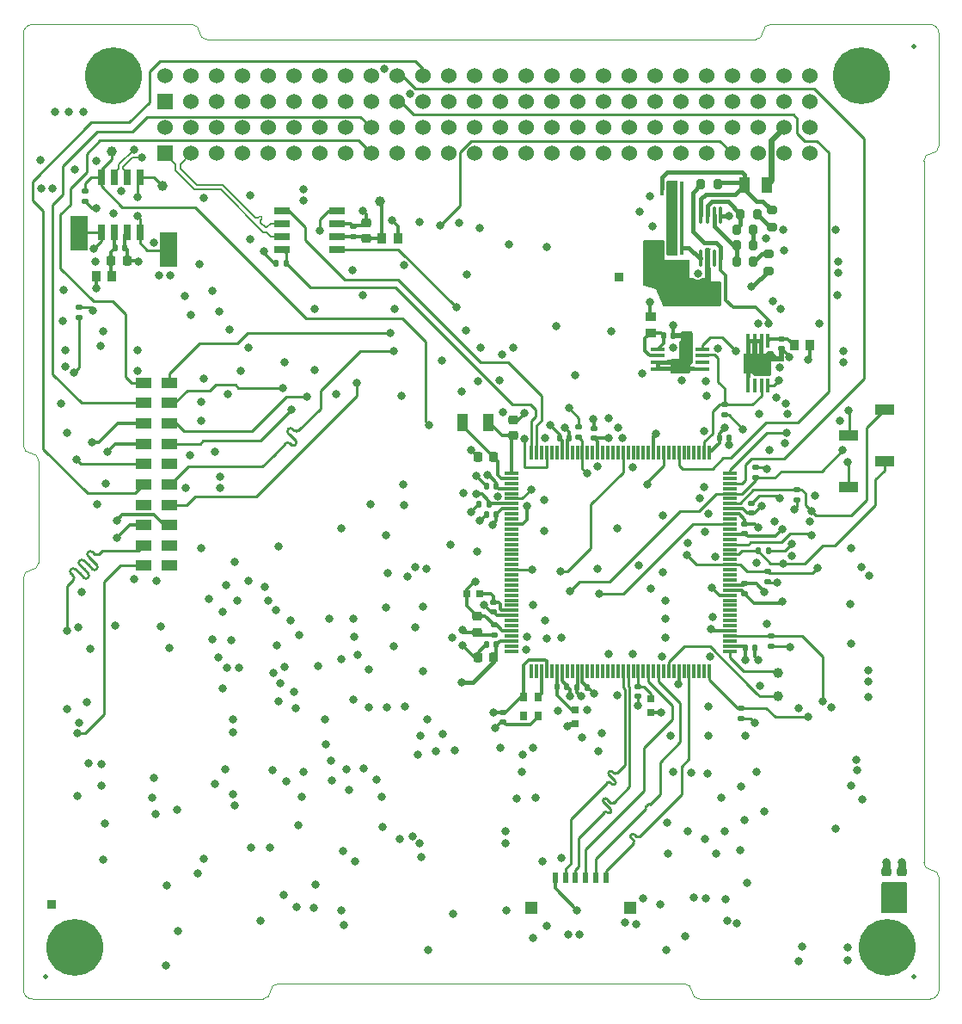
<source format=gbl>
%TF.GenerationSoftware,KiCad,Pcbnew,6.0.9*%
%TF.CreationDate,2023-07-28T14:51:24+03:00*%
%TF.ProjectId,obc-adcs-board,6f62632d-6164-4637-932d-626f6172642e,rev?*%
%TF.SameCoordinates,PX3e2df80PY83e4a60*%
%TF.FileFunction,Copper,L8,Bot*%
%TF.FilePolarity,Positive*%
%FSLAX46Y46*%
G04 Gerber Fmt 4.6, Leading zero omitted, Abs format (unit mm)*
G04 Created by KiCad (PCBNEW 6.0.9) date 2023-07-28 14:51:24*
%MOMM*%
%LPD*%
G01*
G04 APERTURE LIST*
G04 Aperture macros list*
%AMRoundRect*
0 Rectangle with rounded corners*
0 $1 Rounding radius*
0 $2 $3 $4 $5 $6 $7 $8 $9 X,Y pos of 4 corners*
0 Add a 4 corners polygon primitive as box body*
4,1,4,$2,$3,$4,$5,$6,$7,$8,$9,$2,$3,0*
0 Add four circle primitives for the rounded corners*
1,1,$1+$1,$2,$3*
1,1,$1+$1,$4,$5*
1,1,$1+$1,$6,$7*
1,1,$1+$1,$8,$9*
0 Add four rect primitives between the rounded corners*
20,1,$1+$1,$2,$3,$4,$5,0*
20,1,$1+$1,$4,$5,$6,$7,0*
20,1,$1+$1,$6,$7,$8,$9,0*
20,1,$1+$1,$8,$9,$2,$3,0*%
G04 Aperture macros list end*
%TA.AperFunction,Profile*%
%ADD10C,0.100000*%
%TD*%
%TA.AperFunction,ComponentPad*%
%ADD11C,5.600000*%
%TD*%
%TA.AperFunction,ComponentPad*%
%ADD12R,0.850000X0.850000*%
%TD*%
%TA.AperFunction,ComponentPad*%
%ADD13R,1.530000X1.530000*%
%TD*%
%TA.AperFunction,ComponentPad*%
%ADD14C,1.530000*%
%TD*%
%TA.AperFunction,SMDPad,CuDef*%
%ADD15R,0.450000X1.475000*%
%TD*%
%TA.AperFunction,SMDPad,CuDef*%
%ADD16RoundRect,0.135000X-0.185000X0.135000X-0.185000X-0.135000X0.185000X-0.135000X0.185000X0.135000X0*%
%TD*%
%TA.AperFunction,SMDPad,CuDef*%
%ADD17R,1.780000X3.430000*%
%TD*%
%TA.AperFunction,SMDPad,CuDef*%
%ADD18R,1.475000X0.300000*%
%TD*%
%TA.AperFunction,SMDPad,CuDef*%
%ADD19R,0.300000X1.475000*%
%TD*%
%TA.AperFunction,SMDPad,CuDef*%
%ADD20RoundRect,0.200000X-0.200000X-0.275000X0.200000X-0.275000X0.200000X0.275000X-0.200000X0.275000X0*%
%TD*%
%TA.AperFunction,SMDPad,CuDef*%
%ADD21RoundRect,0.140000X0.170000X-0.140000X0.170000X0.140000X-0.170000X0.140000X-0.170000X-0.140000X0*%
%TD*%
%TA.AperFunction,SMDPad,CuDef*%
%ADD22RoundRect,0.135000X0.185000X-0.135000X0.185000X0.135000X-0.185000X0.135000X-0.185000X-0.135000X0*%
%TD*%
%TA.AperFunction,SMDPad,CuDef*%
%ADD23R,0.550000X1.000000*%
%TD*%
%TA.AperFunction,SMDPad,CuDef*%
%ADD24R,1.260000X1.300000*%
%TD*%
%TA.AperFunction,SMDPad,CuDef*%
%ADD25RoundRect,0.225000X0.225000X0.250000X-0.225000X0.250000X-0.225000X-0.250000X0.225000X-0.250000X0*%
%TD*%
%TA.AperFunction,SMDPad,CuDef*%
%ADD26RoundRect,0.200000X0.200000X0.275000X-0.200000X0.275000X-0.200000X-0.275000X0.200000X-0.275000X0*%
%TD*%
%TA.AperFunction,SMDPad,CuDef*%
%ADD27RoundRect,0.140000X-0.170000X0.140000X-0.170000X-0.140000X0.170000X-0.140000X0.170000X0.140000X0*%
%TD*%
%TA.AperFunction,SMDPad,CuDef*%
%ADD28R,0.650000X1.528000*%
%TD*%
%TA.AperFunction,SMDPad,CuDef*%
%ADD29R,1.400000X0.450000*%
%TD*%
%TA.AperFunction,SMDPad,CuDef*%
%ADD30RoundRect,0.100000X-0.100000X0.712500X-0.100000X-0.712500X0.100000X-0.712500X0.100000X0.712500X0*%
%TD*%
%TA.AperFunction,SMDPad,CuDef*%
%ADD31RoundRect,0.225000X0.250000X-0.225000X0.250000X0.225000X-0.250000X0.225000X-0.250000X-0.225000X0*%
%TD*%
%TA.AperFunction,SMDPad,CuDef*%
%ADD32RoundRect,0.140000X-0.140000X-0.170000X0.140000X-0.170000X0.140000X0.170000X-0.140000X0.170000X0*%
%TD*%
%TA.AperFunction,SMDPad,CuDef*%
%ADD33C,1.000000*%
%TD*%
%TA.AperFunction,SMDPad,CuDef*%
%ADD34RoundRect,0.225000X-0.250000X0.225000X-0.250000X-0.225000X0.250000X-0.225000X0.250000X0.225000X0*%
%TD*%
%TA.AperFunction,SMDPad,CuDef*%
%ADD35C,0.500000*%
%TD*%
%TA.AperFunction,SMDPad,CuDef*%
%ADD36R,1.000000X1.800000*%
%TD*%
%TA.AperFunction,SMDPad,CuDef*%
%ADD37RoundRect,0.140000X0.140000X0.170000X-0.140000X0.170000X-0.140000X-0.170000X0.140000X-0.170000X0*%
%TD*%
%TA.AperFunction,SMDPad,CuDef*%
%ADD38R,1.905000X1.020000*%
%TD*%
%TA.AperFunction,SMDPad,CuDef*%
%ADD39R,0.940000X1.010000*%
%TD*%
%TA.AperFunction,SMDPad,CuDef*%
%ADD40R,0.940000X1.020000*%
%TD*%
%TA.AperFunction,SMDPad,CuDef*%
%ADD41R,0.450000X1.400000*%
%TD*%
%TA.AperFunction,SMDPad,CuDef*%
%ADD42R,1.010000X0.940000*%
%TD*%
%TA.AperFunction,SMDPad,CuDef*%
%ADD43RoundRect,0.200000X0.275000X-0.200000X0.275000X0.200000X-0.275000X0.200000X-0.275000X-0.200000X0*%
%TD*%
%TA.AperFunction,SMDPad,CuDef*%
%ADD44RoundRect,0.225000X-0.225000X-0.250000X0.225000X-0.250000X0.225000X0.250000X-0.225000X0.250000X0*%
%TD*%
%TA.AperFunction,SMDPad,CuDef*%
%ADD45R,0.700000X0.650000*%
%TD*%
%TA.AperFunction,SMDPad,CuDef*%
%ADD46R,0.650000X0.700000*%
%TD*%
%TA.AperFunction,SMDPad,CuDef*%
%ADD47R,1.000000X1.500000*%
%TD*%
%TA.AperFunction,SMDPad,CuDef*%
%ADD48RoundRect,0.135000X-0.135000X-0.185000X0.135000X-0.185000X0.135000X0.185000X-0.135000X0.185000X0*%
%TD*%
%TA.AperFunction,SMDPad,CuDef*%
%ADD49RoundRect,0.200000X-0.275000X0.200000X-0.275000X-0.200000X0.275000X-0.200000X0.275000X0.200000X0*%
%TD*%
%TA.AperFunction,SMDPad,CuDef*%
%ADD50RoundRect,0.135000X0.135000X0.185000X-0.135000X0.185000X-0.135000X-0.185000X0.135000X-0.185000X0*%
%TD*%
%TA.AperFunction,SMDPad,CuDef*%
%ADD51R,1.528000X0.650000*%
%TD*%
%TA.AperFunction,SMDPad,CuDef*%
%ADD52R,0.800000X0.900000*%
%TD*%
%TA.AperFunction,SMDPad,CuDef*%
%ADD53R,1.500000X1.000000*%
%TD*%
%TA.AperFunction,ViaPad*%
%ADD54C,0.800000*%
%TD*%
%TA.AperFunction,Conductor*%
%ADD55C,0.250000*%
%TD*%
%TA.AperFunction,Conductor*%
%ADD56C,0.300000*%
%TD*%
%TA.AperFunction,Conductor*%
%ADD57C,0.350000*%
%TD*%
%TA.AperFunction,Conductor*%
%ADD58C,0.800000*%
%TD*%
%TA.AperFunction,Conductor*%
%ADD59C,0.400000*%
%TD*%
%TA.AperFunction,Conductor*%
%ADD60C,0.450000*%
%TD*%
%TA.AperFunction,Conductor*%
%ADD61C,0.600000*%
%TD*%
%TA.AperFunction,Conductor*%
%ADD62C,0.150000*%
%TD*%
G04 APERTURE END LIST*
D10*
X1600000Y43065000D02*
X1600000Y53065000D01*
X66685000Y120000D02*
X89370000Y120000D01*
X850000Y42315000D02*
G75*
G03*
X100000Y41565000I0J-750000D01*
G01*
X65935000Y870000D02*
G75*
G03*
X65185000Y1620000I-750000J0D01*
G01*
X72185000Y94510000D02*
G75*
G03*
X72935000Y95260000I0J750000D01*
G01*
X90270000Y12065000D02*
X90270000Y1020000D01*
X850000Y42315000D02*
G75*
G03*
X1600000Y43065000I0J750000D01*
G01*
X25185000Y1620000D02*
G75*
G03*
X24435000Y870000I0J-750000D01*
G01*
X18185000Y94510000D02*
X72185000Y94510000D01*
X100000Y41565000D02*
X100000Y1010000D01*
X73685000Y96010000D02*
G75*
G03*
X72935000Y95260000I0J-750000D01*
G01*
X1000000Y96010000D02*
G75*
G03*
X100000Y95110000I0J-900000D01*
G01*
X100000Y1010000D02*
G75*
G03*
X1000000Y110000I900000J0D01*
G01*
X88770000Y13565000D02*
X88770000Y82565000D01*
X90270000Y12065000D02*
G75*
G03*
X89520000Y12815000I-750000J0D01*
G01*
X89520000Y83315000D02*
G75*
G03*
X88770000Y82565000I0J-750000D01*
G01*
X88770000Y13565000D02*
G75*
G03*
X89520000Y12815000I750000J0D01*
G01*
X25185000Y1620000D02*
X65185000Y1620000D01*
X73685000Y96010000D02*
X89370000Y96010000D01*
X89520000Y83315000D02*
G75*
G03*
X90270000Y84065000I0J750000D01*
G01*
X89370000Y120000D02*
G75*
G03*
X90270000Y1020000I0J900000D01*
G01*
X1600000Y53065000D02*
G75*
G03*
X850000Y53815000I-750000J0D01*
G01*
X23685000Y120000D02*
G75*
G03*
X24435000Y870000I0J750000D01*
G01*
X90270000Y95110000D02*
G75*
G03*
X89370000Y96010000I-900000J0D01*
G01*
X17435000Y95260000D02*
G75*
G03*
X18185000Y94510000I750000J0D01*
G01*
X100000Y54565000D02*
G75*
G03*
X850000Y53815000I750000J0D01*
G01*
X1000000Y96010000D02*
X16685000Y96010000D01*
X90270000Y95110000D02*
X90270000Y84065000D01*
X100000Y95110000D02*
X100000Y54565000D01*
X17435000Y95260000D02*
G75*
G03*
X16685000Y96010000I-750000J0D01*
G01*
X23685000Y120000D02*
X1000000Y110000D01*
X65935000Y870000D02*
G75*
G03*
X66685000Y120000I750000J0D01*
G01*
D11*
%TO.P,H4,1,1*%
%TO.N,unconnected-(H4-Pad1)*%
X82630000Y90930000D03*
%TD*%
%TO.P,H1,1,1*%
%TO.N,unconnected-(H1-Pad1)*%
X5180000Y5190000D03*
%TD*%
%TO.P,H3,1,1*%
%TO.N,AC_GND_2*%
X85170000Y5210000D03*
%TD*%
%TO.P,H2,1,1*%
%TO.N,AC_GND_1*%
X8990000Y90930000D03*
%TD*%
D12*
%TO.P,J32,1,Pin_1*%
%TO.N,/OBC module/3V3_PROT*%
X2910000Y9450000D03*
%TD*%
D13*
%TO.P,J1,01,01*%
%TO.N,CAN1-*%
X14048000Y83309000D03*
D14*
%TO.P,J1,02,02*%
%TO.N,unconnected-(J1-Pad02)*%
X14048000Y85849000D03*
%TO.P,J1,03,03*%
%TO.N,CAN1+*%
X16588000Y83309000D03*
%TO.P,J1,04,04*%
%TO.N,unconnected-(J1-Pad04)*%
X16588000Y85849000D03*
%TO.P,J1,05,05*%
%TO.N,unconnected-(J1-Pad05)*%
X19128000Y83309000D03*
%TO.P,J1,06,06*%
%TO.N,unconnected-(J1-Pad06)*%
X19128000Y85849000D03*
%TO.P,J1,07,07*%
%TO.N,unconnected-(J1-Pad07)*%
X21668000Y83309000D03*
%TO.P,J1,08,08*%
%TO.N,unconnected-(J1-Pad08)*%
X21668000Y85849000D03*
%TO.P,J1,09,09*%
%TO.N,unconnected-(J1-Pad09)*%
X24208000Y83309000D03*
%TO.P,J1,10,10*%
%TO.N,unconnected-(J1-Pad10)*%
X24208000Y85849000D03*
%TO.P,J1,11,11*%
%TO.N,unconnected-(J1-Pad11)*%
X26748000Y83309000D03*
%TO.P,J1,12,12*%
%TO.N,unconnected-(J1-Pad12)*%
X26748000Y85849000D03*
%TO.P,J1,13,13*%
%TO.N,unconnected-(J1-Pad13)*%
X29288000Y83309000D03*
%TO.P,J1,14,14*%
%TO.N,unconnected-(J1-Pad14)*%
X29288000Y85849000D03*
%TO.P,J1,15,15*%
%TO.N,unconnected-(J1-Pad15)*%
X31828000Y83309000D03*
%TO.P,J1,16,16*%
%TO.N,unconnected-(J1-Pad16)*%
X31828000Y85849000D03*
%TO.P,J1,17,17*%
%TO.N,/ADCS_COTS_TX*%
X34368000Y83309000D03*
%TO.P,J1,18,18*%
%TO.N,/ADCS_COTS_RX*%
X34368000Y85849000D03*
%TO.P,J1,19,19*%
%TO.N,unconnected-(J1-Pad19)*%
X36908000Y83309000D03*
%TO.P,J1,20,20*%
%TO.N,unconnected-(J1-Pad20)*%
X36908000Y85849000D03*
%TO.P,J1,21,21*%
%TO.N,unconnected-(J1-Pad21)*%
X39448000Y83309000D03*
%TO.P,J1,22,22*%
%TO.N,unconnected-(J1-Pad22)*%
X39448000Y85849000D03*
%TO.P,J1,23,23*%
%TO.N,unconnected-(J1-Pad23)*%
X41988000Y83309000D03*
%TO.P,J1,24,24*%
%TO.N,unconnected-(J1-Pad24)*%
X41988000Y85849000D03*
%TO.P,J1,25,25*%
%TO.N,unconnected-(J1-Pad25)*%
X44528000Y83309000D03*
%TO.P,J1,26,26*%
%TO.N,unconnected-(J1-Pad26)*%
X44528000Y85849000D03*
%TO.P,J1,27,27*%
%TO.N,unconnected-(J1-Pad27)*%
X47068000Y83309000D03*
%TO.P,J1,28,28*%
%TO.N,unconnected-(J1-Pad28)*%
X47068000Y85849000D03*
%TO.P,J1,29,29*%
%TO.N,unconnected-(J1-Pad29)*%
X49608000Y83309000D03*
%TO.P,J1,30,30*%
%TO.N,unconnected-(J1-Pad30)*%
X49608000Y85849000D03*
%TO.P,J1,31,31*%
%TO.N,unconnected-(J1-Pad31)*%
X52148000Y83309000D03*
%TO.P,J1,32,32*%
%TO.N,unconnected-(J1-Pad32)*%
X52148000Y85849000D03*
%TO.P,J1,33,33*%
%TO.N,unconnected-(J1-Pad33)*%
X54688000Y83309000D03*
%TO.P,J1,34,34*%
%TO.N,unconnected-(J1-Pad34)*%
X54688000Y85849000D03*
%TO.P,J1,35,35*%
%TO.N,unconnected-(J1-Pad35)*%
X57228000Y83309000D03*
%TO.P,J1,36,36*%
%TO.N,unconnected-(J1-Pad36)*%
X57228000Y85849000D03*
%TO.P,J1,37,37*%
%TO.N,unconnected-(J1-Pad37)*%
X59768000Y83309000D03*
%TO.P,J1,38,38*%
%TO.N,unconnected-(J1-Pad38)*%
X59768000Y85849000D03*
%TO.P,J1,39,39*%
%TO.N,unconnected-(J1-Pad39)*%
X62308000Y83309000D03*
%TO.P,J1,40,40*%
%TO.N,unconnected-(J1-Pad40)*%
X62308000Y85849000D03*
%TO.P,J1,41,41*%
%TO.N,/I2C_MTQ_SDA*%
X64848000Y83309000D03*
%TO.P,J1,42,42*%
%TO.N,unconnected-(J1-Pad42)*%
X64848000Y85849000D03*
%TO.P,J1,43,43*%
%TO.N,/I2C_MTQ_SCK*%
X67388000Y83309000D03*
%TO.P,J1,44,44*%
%TO.N,unconnected-(J1-Pad44)*%
X67388000Y85849000D03*
%TO.P,J1,45,45*%
%TO.N,/EPS_GPIO_1*%
X69928000Y83309000D03*
%TO.P,J1,46,46*%
%TO.N,unconnected-(J1-Pad46)*%
X69928000Y85849000D03*
%TO.P,J1,47,47*%
%TO.N,/EPS_5V_PANELS*%
X72468000Y83309000D03*
%TO.P,J1,48,48*%
%TO.N,/EPS_3V3_OBC*%
X72468000Y85849000D03*
%TO.P,J1,49,49*%
%TO.N,/EPS_5V_ADM*%
X75008000Y83309000D03*
%TO.P,J1,50,50*%
%TO.N,/EPS_3V3_ADCS*%
X75008000Y85849000D03*
%TO.P,J1,51,51*%
%TO.N,/EPS_5V_SU*%
X77548000Y83309000D03*
%TO.P,J1,52,52*%
%TO.N,unconnected-(J1-Pad52)*%
X77548000Y85849000D03*
%TD*%
D13*
%TO.P,J5,01,01*%
%TO.N,CAN2-*%
X14048000Y88389000D03*
D14*
%TO.P,J5,02,02*%
%TO.N,unconnected-(J5-Pad02)*%
X14048000Y90929000D03*
%TO.P,J5,03,03*%
%TO.N,CAN2+*%
X16588000Y88389000D03*
%TO.P,J5,04,04*%
%TO.N,unconnected-(J5-Pad04)*%
X16588000Y90929000D03*
%TO.P,J5,05,05*%
%TO.N,unconnected-(J5-Pad05)*%
X19128000Y88389000D03*
%TO.P,J5,06,06*%
%TO.N,unconnected-(J5-Pad06)*%
X19128000Y90929000D03*
%TO.P,J5,07,07*%
%TO.N,unconnected-(J5-Pad07)*%
X21668000Y88389000D03*
%TO.P,J5,08,08*%
%TO.N,unconnected-(J5-Pad08)*%
X21668000Y90929000D03*
%TO.P,J5,09,09*%
%TO.N,unconnected-(J5-Pad09)*%
X24208000Y88389000D03*
%TO.P,J5,10,10*%
%TO.N,unconnected-(J5-Pad10)*%
X24208000Y90929000D03*
%TO.P,J5,11,11*%
%TO.N,unconnected-(J5-Pad11)*%
X26748000Y88389000D03*
%TO.P,J5,12,12*%
%TO.N,unconnected-(J5-Pad12)*%
X26748000Y90929000D03*
%TO.P,J5,13,13*%
%TO.N,unconnected-(J5-Pad13)*%
X29288000Y88389000D03*
%TO.P,J5,14,14*%
%TO.N,unconnected-(J5-Pad14)*%
X29288000Y90929000D03*
%TO.P,J5,15,15*%
%TO.N,unconnected-(J5-Pad15)*%
X31828000Y88389000D03*
%TO.P,J5,16,16*%
%TO.N,unconnected-(J5-Pad16)*%
X31828000Y90929000D03*
%TO.P,J5,17,17*%
%TO.N,/OBC_UART_TX*%
X34368000Y88389000D03*
%TO.P,J5,18,18*%
%TO.N,/OBC_UART_RX*%
X34368000Y90929000D03*
%TO.P,J5,19,19*%
%TO.N,/ADCS_UART_TX*%
X36908000Y88389000D03*
%TO.P,J5,20,20*%
%TO.N,/ADCS_UART_RX*%
X36908000Y90929000D03*
%TO.P,J5,21,21*%
%TO.N,/EPS_TX*%
X39448000Y88389000D03*
%TO.P,J5,22,22*%
%TO.N,/EPS_RX*%
X39448000Y90929000D03*
%TO.P,J5,23,23*%
%TO.N,unconnected-(J5-Pad23)*%
X41988000Y88389000D03*
%TO.P,J5,24,24*%
%TO.N,unconnected-(J5-Pad24)*%
X41988000Y90929000D03*
%TO.P,J5,25,25*%
%TO.N,unconnected-(J5-Pad25)*%
X44528000Y88389000D03*
%TO.P,J5,26,26*%
%TO.N,unconnected-(J5-Pad26)*%
X44528000Y90929000D03*
%TO.P,J5,27,27*%
%TO.N,unconnected-(J5-Pad27)*%
X47068000Y88389000D03*
%TO.P,J5,28,28*%
%TO.N,unconnected-(J5-Pad28)*%
X47068000Y90929000D03*
%TO.P,J5,29,29*%
%TO.N,GND*%
X49608000Y88389000D03*
%TO.P,J5,30,30*%
X49608000Y90929000D03*
%TO.P,J5,31,31*%
%TO.N,unconnected-(J5-Pad31)*%
X52148000Y88389000D03*
%TO.P,J5,32,32*%
%TO.N,GND*%
X52148000Y90929000D03*
%TO.P,J5,33,33*%
%TO.N,unconnected-(J5-Pad33)*%
X54688000Y88389000D03*
%TO.P,J5,34,34*%
%TO.N,unconnected-(J5-Pad34)*%
X54688000Y90929000D03*
%TO.P,J5,35,35*%
%TO.N,unconnected-(J5-Pad35)*%
X57228000Y88389000D03*
%TO.P,J5,36,36*%
%TO.N,unconnected-(J5-Pad36)*%
X57228000Y90929000D03*
%TO.P,J5,37,37*%
%TO.N,unconnected-(J5-Pad37)*%
X59768000Y88389000D03*
%TO.P,J5,38,38*%
%TO.N,unconnected-(J5-Pad38)*%
X59768000Y90929000D03*
%TO.P,J5,39,39*%
%TO.N,unconnected-(J5-Pad39)*%
X62308000Y88389000D03*
%TO.P,J5,40,40*%
%TO.N,unconnected-(J5-Pad40)*%
X62308000Y90929000D03*
%TO.P,J5,41,41*%
%TO.N,unconnected-(J5-Pad41)*%
X64848000Y88389000D03*
%TO.P,J5,42,42*%
%TO.N,unconnected-(J5-Pad42)*%
X64848000Y90929000D03*
%TO.P,J5,43,43*%
%TO.N,unconnected-(J5-Pad43)*%
X67388000Y88389000D03*
%TO.P,J5,44,44*%
%TO.N,unconnected-(J5-Pad44)*%
X67388000Y90929000D03*
%TO.P,J5,45,45*%
%TO.N,unconnected-(J5-Pad45)*%
X69928000Y88389000D03*
%TO.P,J5,46,46*%
%TO.N,unconnected-(J5-Pad46)*%
X69928000Y90929000D03*
%TO.P,J5,47,47*%
%TO.N,unconnected-(J5-Pad47)*%
X72468000Y88389000D03*
%TO.P,J5,48,48*%
%TO.N,unconnected-(J5-Pad48)*%
X72468000Y90929000D03*
%TO.P,J5,49,49*%
%TO.N,unconnected-(J5-Pad49)*%
X75008000Y88389000D03*
%TO.P,J5,50,50*%
%TO.N,/EPS_GPIO_3*%
X75008000Y90929000D03*
%TO.P,J5,51,51*%
%TO.N,/EPS_GPIO_2*%
X77548000Y88389000D03*
%TO.P,J5,52,52*%
%TO.N,/EPS_GPIO_4*%
X77548000Y90929000D03*
%TD*%
D15*
%TO.P,Q2,1,D1*%
%TO.N,/ADCS module/Over-voltage Protection/3V3_OC_PROT*%
X63025000Y79888000D03*
%TO.P,Q2,2,S1_1*%
%TO.N,/ADCS module/Over-voltage Protection/MOSFET_S*%
X63675000Y79888000D03*
%TO.P,Q2,3,S1_2*%
X64325000Y79888000D03*
%TO.P,Q2,4,G1*%
%TO.N,Net-(Q2-Pad4)*%
X64975000Y79888000D03*
%TO.P,Q2,5,G2*%
X64975000Y74012000D03*
%TO.P,Q2,6,S2_1*%
%TO.N,/ADCS module/Over-voltage Protection/MOSFET_S*%
X64325000Y74012000D03*
%TO.P,Q2,7,S2_2*%
X63675000Y74012000D03*
%TO.P,Q2,8,D2*%
%TO.N,/ADCS_VDD*%
X63025000Y74012000D03*
%TD*%
D16*
%TO.P,R9,1*%
%TO.N,I2C_SCK_PANELS*%
X70800000Y28770000D03*
%TO.P,R9,2*%
%TO.N,/ADCS_VDD*%
X70800000Y27750000D03*
%TD*%
D17*
%TO.P,TP53,1*%
%TO.N,/ADCS module/CAN_RX_2*%
X5620000Y75500000D03*
%TD*%
D18*
%TO.P,U14,1,PD0*%
%TO.N,unconnected-(U14-Pad1)*%
X48162000Y34350000D03*
%TO.P,U14,2,PD31*%
%TO.N,unconnected-(U14-Pad2)*%
X48162000Y34850000D03*
%TO.P,U14,3,VDDOUT*%
%TO.N,/ADCS module/Microcontroller/MCU_VDDCORE*%
X48162000Y35350000D03*
%TO.P,U14,4,PE0*%
%TO.N,unconnected-(U14-Pad4)*%
X48162000Y35850000D03*
%TO.P,U14,5,VDDIN*%
%TO.N,/ADCS_VDD*%
X48162000Y36350000D03*
%TO.P,U14,6,PE1*%
%TO.N,unconnected-(U14-Pad6)*%
X48162000Y36850000D03*
%TO.P,U14,7,PE2*%
%TO.N,unconnected-(U14-Pad7)*%
X48162000Y37350000D03*
%TO.P,U14,8,VREFN*%
%TO.N,GND*%
X48162000Y37850000D03*
%TO.P,U14,9,VREFP*%
%TO.N,/ADCS module/Microcontroller/MCU_AD_REF_POS*%
X48162000Y38350000D03*
%TO.P,U14,10,PE3*%
%TO.N,unconnected-(U14-Pad10)*%
X48162000Y38850000D03*
%TO.P,U14,11,PC0*%
%TO.N,unconnected-(U14-Pad11)*%
X48162000Y39350000D03*
%TO.P,U14,12,PC27*%
%TO.N,unconnected-(U14-Pad12)*%
X48162000Y39850000D03*
%TO.P,U14,13,PC26*%
%TO.N,unconnected-(U14-Pad13)*%
X48162000Y40350000D03*
%TO.P,U14,14,PC31*%
%TO.N,unconnected-(U14-Pad14)*%
X48162000Y40850000D03*
%TO.P,U14,15,PC30*%
%TO.N,unconnected-(U14-Pad15)*%
X48162000Y41350000D03*
%TO.P,U14,16,PC29*%
%TO.N,/ADCS module/Microcontroller/USR_ADC_2*%
X48162000Y41850000D03*
%TO.P,U14,17,PC12*%
%TO.N,/ADCS module/CAN_RX_2*%
X48162000Y42350000D03*
%TO.P,U14,18,PC15*%
%TO.N,unconnected-(U14-Pad18)*%
X48162000Y42850000D03*
%TO.P,U14,19,PC13*%
%TO.N,unconnected-(U14-Pad19)*%
X48162000Y43350000D03*
%TO.P,U14,20,PB1*%
%TO.N,unconnected-(U14-Pad20)*%
X48162000Y43850000D03*
%TO.P,U14,21,PB0*%
%TO.N,unconnected-(U14-Pad21)*%
X48162000Y44350000D03*
%TO.P,U14,22,PA20*%
%TO.N,unconnected-(U14-Pad22)*%
X48162000Y44850000D03*
%TO.P,U14,23,PA19*%
%TO.N,unconnected-(U14-Pad23)*%
X48162000Y45350000D03*
%TO.P,U14,24,PA18*%
%TO.N,unconnected-(U14-Pad24)*%
X48162000Y45850000D03*
%TO.P,U14,25,PA17*%
%TO.N,unconnected-(U14-Pad25)*%
X48162000Y46350000D03*
%TO.P,U14,26,PB2*%
%TO.N,/ADCS module/CAN_TX_1*%
X48162000Y46850000D03*
%TO.P,U14,27,PE4*%
%TO.N,/ADCS module/Microcontroller/USR_ADC_1*%
X48162000Y47350000D03*
%TO.P,U14,28,PE5*%
%TO.N,unconnected-(U14-Pad28)*%
X48162000Y47850000D03*
%TO.P,U14,29,VDDCORE_1*%
%TO.N,/ADCS module/Microcontroller/MCU_VDDCORE*%
X48162000Y48350000D03*
%TO.P,U14,30,VDDIO_1*%
%TO.N,/ADCS_VDD*%
X48162000Y48850000D03*
%TO.P,U14,31,PB3*%
%TO.N,/ADCS module/CAN_RX_1*%
X48162000Y49350000D03*
%TO.P,U14,32,PA21*%
%TO.N,unconnected-(U14-Pad32)*%
X48162000Y49850000D03*
%TO.P,U14,33,VDDCORE_2*%
%TO.N,/ADCS module/Microcontroller/MCU_VDDCORE*%
X48162000Y50350000D03*
%TO.P,U14,34,PD30*%
%TO.N,unconnected-(U14-Pad34)*%
X48162000Y50850000D03*
%TO.P,U14,35,PA7*%
%TO.N,/ADCS module/MCU_RTC_IN*%
X48162000Y51350000D03*
%TO.P,U14,36,PA8*%
%TO.N,/ADCS module/MCU_RTC_OUT*%
X48162000Y51850000D03*
D19*
%TO.P,U14,37,PA22*%
%TO.N,/ADCS module/CAN_FAULT_1*%
X50150000Y53838000D03*
%TO.P,U14,38,PC1*%
%TO.N,/ADCS module/CAN_SILENT_1*%
X50650000Y53838000D03*
%TO.P,U14,39,PC2*%
%TO.N,unconnected-(U14-Pad39)*%
X51150000Y53838000D03*
%TO.P,U14,40,PC3*%
%TO.N,/ADCS module/CAN_FAULT_2*%
X51650000Y53838000D03*
%TO.P,U14,41,PC4*%
%TO.N,unconnected-(U14-Pad41)*%
X52150000Y53838000D03*
%TO.P,U14,42,PA13*%
%TO.N,unconnected-(U14-Pad42)*%
X52650000Y53838000D03*
%TO.P,U14,43,VDDIO_2*%
%TO.N,/ADCS_VDD*%
X53150000Y53838000D03*
%TO.P,U14,44,GND_1*%
%TO.N,GND*%
X53650000Y53838000D03*
%TO.P,U14,45,PA16*%
%TO.N,unconnected-(U14-Pad45)*%
X54150000Y53838000D03*
%TO.P,U14,46,PA23*%
%TO.N,unconnected-(U14-Pad46)*%
X54650000Y53838000D03*
%TO.P,U14,47,PD27*%
%TO.N,/ADCS module/I2C_SDA_SENS*%
X55150000Y53838000D03*
%TO.P,U14,48,PC7*%
%TO.N,unconnected-(U14-Pad48)*%
X55650000Y53838000D03*
%TO.P,U14,49,PA15*%
%TO.N,unconnected-(U14-Pad49)*%
X56150000Y53838000D03*
%TO.P,U14,50,VDDCORE_3*%
%TO.N,/ADCS module/Microcontroller/MCU_VDDCORE*%
X56650000Y53838000D03*
%TO.P,U14,51,PA14*%
%TO.N,unconnected-(U14-Pad51)*%
X57150000Y53838000D03*
%TO.P,U14,52,PD25*%
%TO.N,unconnected-(U14-Pad52)*%
X57650000Y53838000D03*
%TO.P,U14,53,PD26*%
%TO.N,unconnected-(U14-Pad53)*%
X58150000Y53838000D03*
%TO.P,U14,54,PC6*%
%TO.N,unconnected-(U14-Pad54)*%
X58650000Y53838000D03*
%TO.P,U14,55,PD24*%
%TO.N,/ADCS module/CAN_SILENT_2*%
X59150000Y53838000D03*
%TO.P,U14,56,PA24*%
%TO.N,unconnected-(U14-Pad56)*%
X59650000Y53838000D03*
%TO.P,U14,57,PD23*%
%TO.N,unconnected-(U14-Pad57)*%
X60150000Y53838000D03*
%TO.P,U14,58,PC5*%
%TO.N,unconnected-(U14-Pad58)*%
X60650000Y53838000D03*
%TO.P,U14,59,PA25*%
%TO.N,unconnected-(U14-Pad59)*%
X61150000Y53838000D03*
%TO.P,U14,60,PD22*%
%TO.N,unconnected-(U14-Pad60)*%
X61650000Y53838000D03*
%TO.P,U14,61,GND_2*%
%TO.N,GND*%
X62150000Y53838000D03*
%TO.P,U14,62,PA26*%
%TO.N,unconnected-(U14-Pad62)*%
X62650000Y53838000D03*
%TO.P,U14,63,PD21*%
%TO.N,/ADM_ENABLE_1*%
X63150000Y53838000D03*
%TO.P,U14,64,PA11*%
%TO.N,unconnected-(U14-Pad64)*%
X63650000Y53838000D03*
%TO.P,U14,65,PD20*%
%TO.N,unconnected-(U14-Pad65)*%
X64150000Y53838000D03*
%TO.P,U14,66,PA10*%
%TO.N,/ADCS_UART_TX*%
X64650000Y53838000D03*
%TO.P,U14,67,PD19*%
%TO.N,unconnected-(U14-Pad67)*%
X65150000Y53838000D03*
%TO.P,U14,68,PA12*%
%TO.N,unconnected-(U14-Pad68)*%
X65650000Y53838000D03*
%TO.P,U14,69,PD18*%
%TO.N,unconnected-(U14-Pad69)*%
X66150000Y53838000D03*
%TO.P,U14,70,PA27*%
%TO.N,unconnected-(U14-Pad70)*%
X66650000Y53838000D03*
%TO.P,U14,71,PD28*%
%TO.N,/ADCS module/I2C_SCK_SENS*%
X67150000Y53838000D03*
%TO.P,U14,72,VDDIO_3*%
%TO.N,/ADCS_VDD*%
X67650000Y53838000D03*
D18*
%TO.P,U14,73,PA5*%
%TO.N,/ADM_ENABLE_2*%
X69638000Y51850000D03*
%TO.P,U14,74,PD17*%
%TO.N,unconnected-(U14-Pad74)*%
X69638000Y51350000D03*
%TO.P,U14,75,PA9*%
%TO.N,/ADCS_UART_RX*%
X69638000Y50850000D03*
%TO.P,U14,76,PC28*%
%TO.N,unconnected-(U14-Pad76)*%
X69638000Y50350000D03*
%TO.P,U14,77,PA4*%
%TO.N,/I2C_MTQ_SCK*%
X69638000Y49850000D03*
%TO.P,U14,78,PD16*%
%TO.N,unconnected-(U14-Pad78)*%
X69638000Y49350000D03*
%TO.P,U14,79,PB6*%
%TO.N,/ADCS_SWDIO*%
X69638000Y48850000D03*
%TO.P,U14,80,VDDIO_4*%
%TO.N,/ADCS_VDD*%
X69638000Y48350000D03*
%TO.P,U14,81,VDDCORE_4*%
%TO.N,/ADCS module/Microcontroller/MCU_VDDCORE*%
X69638000Y47850000D03*
%TO.P,U14,82,PC8*%
%TO.N,unconnected-(U14-Pad82)*%
X69638000Y47350000D03*
%TO.P,U14,83,NRST*%
%TO.N,/ADCS_RESET*%
X69638000Y46850000D03*
%TO.P,U14,84,PD14*%
%TO.N,unconnected-(U14-Pad84)*%
X69638000Y46350000D03*
%TO.P,U14,85,TST*%
%TO.N,GND*%
X69638000Y45850000D03*
%TO.P,U14,86,PC9*%
%TO.N,unconnected-(U14-Pad86)*%
X69638000Y45350000D03*
%TO.P,U14,87,PB12*%
%TO.N,/ADCS module/MCU_ERASE*%
X69638000Y44850000D03*
%TO.P,U14,88,PD13*%
%TO.N,unconnected-(U14-Pad88)*%
X69638000Y44350000D03*
%TO.P,U14,89,PB7*%
%TO.N,/ADCS_SWCLK*%
X69638000Y43850000D03*
%TO.P,U14,90,PC10*%
%TO.N,unconnected-(U14-Pad90)*%
X69638000Y43350000D03*
%TO.P,U14,91,PA3*%
%TO.N,/I2C_MTQ_SDA*%
X69638000Y42850000D03*
%TO.P,U14,92,PD12*%
%TO.N,unconnected-(U14-Pad92)*%
X69638000Y42350000D03*
%TO.P,U14,93,PA2*%
%TO.N,unconnected-(U14-Pad93)*%
X69638000Y41850000D03*
%TO.P,U14,94,PC11*%
%TO.N,unconnected-(U14-Pad94)*%
X69638000Y41350000D03*
%TO.P,U14,95,GND_3*%
%TO.N,GND*%
X69638000Y40850000D03*
%TO.P,U14,96,VDDIO_5*%
%TO.N,/ADCS_VDD*%
X69638000Y40350000D03*
%TO.P,U14,97,PC14*%
%TO.N,/ADCS module/CAN_TX_2*%
X69638000Y39850000D03*
%TO.P,U14,98,PD11*%
%TO.N,unconnected-(U14-Pad98)*%
X69638000Y39350000D03*
%TO.P,U14,99,PA1*%
%TO.N,unconnected-(U14-Pad99)*%
X69638000Y38850000D03*
%TO.P,U14,100,PC16*%
%TO.N,unconnected-(U14-Pad100)*%
X69638000Y38350000D03*
%TO.P,U14,101,PD10*%
%TO.N,unconnected-(U14-Pad101)*%
X69638000Y37850000D03*
%TO.P,U14,102,PA0*%
%TO.N,unconnected-(U14-Pad102)*%
X69638000Y37350000D03*
%TO.P,U14,103,PC17*%
%TO.N,unconnected-(U14-Pad103)*%
X69638000Y36850000D03*
%TO.P,U14,104,JTAGSEL*%
%TO.N,GND*%
X69638000Y36350000D03*
%TO.P,U14,105,PB4*%
%TO.N,I2C_SDA_PANELS*%
X69638000Y35850000D03*
%TO.P,U14,106,PD15*%
%TO.N,unconnected-(U14-Pad106)*%
X69638000Y35350000D03*
%TO.P,U14,107,VDDCORE_5*%
%TO.N,/ADCS module/Microcontroller/MCU_VDDCORE*%
X69638000Y34850000D03*
%TO.P,U14,108,PD29*%
%TO.N,/ADCS module/USR_GPIO*%
X69638000Y34350000D03*
D19*
%TO.P,U14,109,PB5*%
%TO.N,I2C_SCK_PANELS*%
X67650000Y32362000D03*
%TO.P,U14,110,PD9*%
%TO.N,unconnected-(U14-Pad110)*%
X67150000Y32362000D03*
%TO.P,U14,111,PC18*%
%TO.N,unconnected-(U14-Pad111)*%
X66650000Y32362000D03*
%TO.P,U14,112,PA28*%
%TO.N,unconnected-(U14-Pad112)*%
X66150000Y32362000D03*
%TO.P,U14,113,PD8*%
%TO.N,/ADCS module/ADCS_TRACECLK*%
X65650000Y32362000D03*
%TO.P,U14,114,PA6*%
%TO.N,unconnected-(U14-Pad114)*%
X65150000Y32362000D03*
%TO.P,U14,115,GND_4*%
%TO.N,GND*%
X64650000Y32362000D03*
%TO.P,U14,116,PA30*%
%TO.N,unconnected-(U14-Pad116)*%
X64150000Y32362000D03*
%TO.P,U14,117,PC19*%
%TO.N,/ADCS module/USR_GPIO_PWM*%
X63650000Y32362000D03*
%TO.P,U14,118,PA31*%
%TO.N,unconnected-(U14-Pad118)*%
X63150000Y32362000D03*
%TO.P,U14,119,PD7*%
%TO.N,/ADCS module/ADCS_TRACED_3*%
X62650000Y32362000D03*
%TO.P,U14,120,PC20*%
%TO.N,unconnected-(U14-Pad120)*%
X62150000Y32362000D03*
%TO.P,U14,121,PD6*%
%TO.N,/ADCS module/ADCS_TRACED_2*%
X61650000Y32362000D03*
%TO.P,U14,122,PC21*%
%TO.N,unconnected-(U14-Pad122)*%
X61150000Y32362000D03*
%TO.P,U14,123,VDDPLL*%
%TO.N,/ADCS module/Microcontroller/MCU_VDDPLL*%
X60650000Y32362000D03*
%TO.P,U14,124,PC22*%
%TO.N,unconnected-(U14-Pad124)*%
X60150000Y32362000D03*
%TO.P,U14,125,PD5*%
%TO.N,/ADCS module/ADCS_TRACED_1*%
X59650000Y32362000D03*
%TO.P,U14,126,PD4*%
%TO.N,/ADCS module/ADCS_TRACED_0*%
X59150000Y32362000D03*
%TO.P,U14,127,PC23*%
%TO.N,unconnected-(U14-Pad127)*%
X58650000Y32362000D03*
%TO.P,U14,128,PD3*%
%TO.N,unconnected-(U14-Pad128)*%
X58150000Y32362000D03*
%TO.P,U14,129,PA29*%
%TO.N,unconnected-(U14-Pad129)*%
X57650000Y32362000D03*
%TO.P,U14,130,PC24*%
%TO.N,unconnected-(U14-Pad130)*%
X57150000Y32362000D03*
%TO.P,U14,131,PD2*%
%TO.N,unconnected-(U14-Pad131)*%
X56650000Y32362000D03*
%TO.P,U14,132,PD1*%
%TO.N,unconnected-(U14-Pad132)*%
X56150000Y32362000D03*
%TO.P,U14,133,PC25*%
%TO.N,unconnected-(U14-Pad133)*%
X55650000Y32362000D03*
%TO.P,U14,134,VDDUTMII*%
%TO.N,/ADCS_VDD*%
X55150000Y32362000D03*
%TO.P,U14,135,GND_5*%
%TO.N,GND*%
X54650000Y32362000D03*
%TO.P,U14,136,HSDM*%
%TO.N,unconnected-(U14-Pad136)*%
X54150000Y32362000D03*
%TO.P,U14,137,HSDP*%
%TO.N,unconnected-(U14-Pad137)*%
X53650000Y32362000D03*
%TO.P,U14,138,GND_6*%
%TO.N,GND*%
X53150000Y32362000D03*
%TO.P,U14,139,VDDUTMIC*%
%TO.N,/ADCS module/Microcontroller/MCU_VDDUTMIC*%
X52650000Y32362000D03*
%TO.P,U14,140,VBG*%
%TO.N,unconnected-(U14-Pad140)*%
X52150000Y32362000D03*
%TO.P,U14,141,PB8*%
%TO.N,GND*%
X51650000Y32362000D03*
%TO.P,U14,142,PB9*%
%TO.N,/ADCS module/Microcontroller/MCU_CLK_IN*%
X51150000Y32362000D03*
%TO.P,U14,143,VDDPLLUSB*%
%TO.N,unconnected-(U14-Pad143)*%
X50650000Y32362000D03*
%TO.P,U14,144,PB13*%
%TO.N,unconnected-(U14-Pad144)*%
X50150000Y32362000D03*
%TD*%
D20*
%TO.P,R32,1*%
%TO.N,/ADCS module/Over-voltage Protection/PROT_UV_LIM*%
X70325000Y75800000D03*
%TO.P,R32,2*%
%TO.N,Net-(R32-Pad2)*%
X71975000Y75800000D03*
%TD*%
D21*
%TO.P,C35,1*%
%TO.N,/ADCS module/Microcontroller/MCU_VDDCORE*%
X56300000Y55320000D03*
%TO.P,C35,2*%
%TO.N,GND*%
X56300000Y56280000D03*
%TD*%
D22*
%TO.P,R23,1*%
%TO.N,/ADCS_VDD*%
X76250000Y49240000D03*
%TO.P,R23,2*%
%TO.N,/ADCS_SWDIO*%
X76250000Y50260000D03*
%TD*%
D23*
%TO.P,J20,1,1*%
%TO.N,/ADCS module/ADCS_TRACECLK*%
X57470000Y12065000D03*
%TO.P,J20,2,2*%
%TO.N,/ADCS module/ADCS_TRACED_3*%
X56470000Y12065000D03*
%TO.P,J20,3,3*%
%TO.N,/ADCS module/ADCS_TRACED_2*%
X55470000Y12065000D03*
%TO.P,J20,4,4*%
%TO.N,/ADCS module/ADCS_TRACED_1*%
X54470000Y12065000D03*
%TO.P,J20,5,5*%
%TO.N,/ADCS module/ADCS_TRACED_0*%
X53470000Y12065000D03*
%TO.P,J20,6,6*%
%TO.N,GND*%
X52470000Y12065000D03*
D24*
%TO.P,J20,MP1,MP1*%
%TO.N,unconnected-(J20-PadMP1)*%
X59845000Y9075000D03*
%TO.P,J20,MP2,MP2*%
%TO.N,unconnected-(J20-PadMP2)*%
X50095000Y9075000D03*
%TD*%
D25*
%TO.P,C21,1*%
%TO.N,/ADCS module/MCU_RTC_IN*%
X46425000Y53438000D03*
%TO.P,C21,2*%
%TO.N,GND*%
X44875000Y53438000D03*
%TD*%
D26*
%TO.P,R30,1*%
%TO.N,Net-(R28-Pad2)*%
X72375000Y77350000D03*
%TO.P,R30,2*%
%TO.N,/ADCS module/Over-voltage Protection/PROT_UV_LIM*%
X70725000Y77350000D03*
%TD*%
D22*
%TO.P,R123,1*%
%TO.N,/ADCS_VDD*%
X6200000Y78590000D03*
%TO.P,R123,2*%
%TO.N,/ADCS module/CAN_FAULT_2*%
X6200000Y79610000D03*
%TD*%
D27*
%TO.P,C19,1*%
%TO.N,/ADCS module/TEMP_FUSE_1*%
X74750000Y65080000D03*
%TO.P,C19,2*%
%TO.N,GND*%
X74750000Y64120000D03*
%TD*%
D26*
%TO.P,R31,1*%
%TO.N,Net-(R29-Pad2)*%
X71975000Y72700000D03*
%TO.P,R31,2*%
%TO.N,/ADCS module/Over-voltage Protection/PROT_OV_LIM*%
X70325000Y72700000D03*
%TD*%
D25*
%TO.P,C38,1*%
%TO.N,/ADCS module/Microcontroller/MCU_VDDCORE*%
X46375000Y33750000D03*
%TO.P,C38,2*%
%TO.N,GND*%
X44825000Y33750000D03*
%TD*%
D16*
%TO.P,R10,1*%
%TO.N,I2C_SDA_PANELS*%
X73710000Y35850000D03*
%TO.P,R10,2*%
%TO.N,/ADCS_VDD*%
X73710000Y34830000D03*
%TD*%
D28*
%TO.P,U11,1,TXD*%
%TO.N,/ADCS module/CAN_TX_2*%
X11605000Y75549000D03*
%TO.P,U11,2,GND*%
%TO.N,GND*%
X10335000Y75549000D03*
%TO.P,U11,3,VCC*%
%TO.N,/ADCS module/CAN_TRX_FUSE_2*%
X9065000Y75549000D03*
%TO.P,U11,4,RXD*%
%TO.N,/ADCS module/CAN_RX_2*%
X7795000Y75549000D03*
%TO.P,U11,5,FAULT*%
%TO.N,/ADCS module/CAN_FAULT_2*%
X7795000Y80971000D03*
%TO.P,U11,6,CANL*%
%TO.N,CAN2-*%
X9065000Y80971000D03*
%TO.P,U11,7,CANH*%
%TO.N,CAN2+*%
X10335000Y80971000D03*
%TO.P,U11,8,S*%
%TO.N,/ADCS module/CAN_SILENT_2*%
X11605000Y80971000D03*
%TD*%
D29*
%TO.P,U13,1,SDA*%
%TO.N,/ADCS module/I2C_SDA_SENS*%
X67000000Y64075000D03*
%TO.P,U13,2,SCL*%
%TO.N,/ADCS module/I2C_SCK_SENS*%
X67000000Y63425000D03*
%TO.P,U13,3,ALERT*%
%TO.N,unconnected-(U13-Pad3)*%
X67000000Y62775000D03*
%TO.P,U13,4,GND*%
%TO.N,GND*%
X67000000Y62125000D03*
%TO.P,U13,5,A2*%
X62600000Y62125000D03*
%TO.P,U13,6,A1*%
X62600000Y62775000D03*
%TO.P,U13,7,A0*%
%TO.N,/ADCS module/TEMP_FUSE_2*%
X62600000Y63425000D03*
%TO.P,U13,8,VDD*%
X62600000Y64075000D03*
%TD*%
D30*
%TO.P,U15,1,VIN*%
%TO.N,/ADCS module/Over-voltage Protection/3V3_OC_PROT*%
X66825000Y77212500D03*
%TO.P,U15,2,UV*%
%TO.N,/ADCS module/Over-voltage Protection/PROT_UV_LIM*%
X67475000Y77212500D03*
%TO.P,U15,3,OV*%
%TO.N,/ADCS module/Over-voltage Protection/PROT_OV_LIM*%
X68125000Y77212500D03*
%TO.P,U15,4,GND*%
%TO.N,GND*%
X68775000Y77212500D03*
%TO.P,U15,5,~{SHDN}*%
%TO.N,VDD_ENABLE*%
X68775000Y72987500D03*
%TO.P,U15,6,~{FAULT}*%
%TO.N,unconnected-(U15-Pad6)*%
X68125000Y72987500D03*
%TO.P,U15,7,VOUT*%
%TO.N,/ADCS_VDD*%
X67475000Y72987500D03*
%TO.P,U15,8,GATE*%
%TO.N,Net-(Q2-Pad4)*%
X66825000Y72987500D03*
%TD*%
D27*
%TO.P,C33,1*%
%TO.N,/ADCS module/Microcontroller/MCU_VDDPLL*%
X60625000Y30880000D03*
%TO.P,C33,2*%
%TO.N,GND*%
X60625000Y29920000D03*
%TD*%
D31*
%TO.P,C24,1*%
%TO.N,/ADCS module/MCU_RTC_OUT*%
X48300000Y55575000D03*
%TO.P,C24,2*%
%TO.N,GND*%
X48300000Y57125000D03*
%TD*%
D21*
%TO.P,C40,1*%
%TO.N,/ADCS_VDD*%
X71150000Y40020000D03*
%TO.P,C40,2*%
%TO.N,GND*%
X71150000Y40980000D03*
%TD*%
D32*
%TO.P,C20,1*%
%TO.N,/ADCS module/TEMP_FUSE_2*%
X63120000Y65400000D03*
%TO.P,C20,2*%
%TO.N,GND*%
X64080000Y65400000D03*
%TD*%
D27*
%TO.P,C26,1*%
%TO.N,/ADCS module/Microcontroller/MCU_AD_REF_POS*%
X46400000Y39180000D03*
%TO.P,C26,2*%
%TO.N,GND*%
X46400000Y38220000D03*
%TD*%
D33*
%TO.P,TP52,1,1*%
%TO.N,/ADCS module/CAN_TRX_FUSE_1*%
X35200000Y78600000D03*
%TD*%
D34*
%TO.P,C30,1*%
%TO.N,/ADCS_VDD*%
X44750000Y37775000D03*
%TO.P,C30,2*%
%TO.N,GND*%
X44750000Y36225000D03*
%TD*%
D32*
%TO.P,C18,1*%
%TO.N,/ADCS module/CAN_TRX_FUSE_2*%
X9150000Y74020000D03*
%TO.P,C18,2*%
%TO.N,GND*%
X10110000Y74020000D03*
%TD*%
D22*
%TO.P,R20,1*%
%TO.N,/ADCS_VDD*%
X73400000Y41140000D03*
%TO.P,R20,2*%
%TO.N,/I2C_MTQ_SDA*%
X73400000Y42160000D03*
%TD*%
D31*
%TO.P,C101,1*%
%TO.N,AC_GND_2*%
X86600000Y11125000D03*
%TO.P,C101,2*%
%TO.N,GND*%
X86600000Y12675000D03*
%TD*%
D35*
%TO.P,FID2,*%
%TO.N,*%
X2300000Y2300000D03*
%TD*%
D32*
%TO.P,C41,1*%
%TO.N,/ADCS module/Microcontroller/MCU_VDDCORE*%
X71170000Y34650000D03*
%TO.P,C41,2*%
%TO.N,GND*%
X72130000Y34650000D03*
%TD*%
D36*
%TO.P,Y1,1,CRYSTAL_1*%
%TO.N,/ADCS module/MCU_RTC_IN*%
X43350000Y56800000D03*
%TO.P,Y1,2,CRYSTAL_2*%
%TO.N,/ADCS module/MCU_RTC_OUT*%
X45850000Y56800000D03*
%TD*%
D31*
%TO.P,C92,1*%
%TO.N,/ADCS module/CAN_TRX_FUSE_1*%
X33900000Y74925000D03*
%TO.P,C92,2*%
%TO.N,GND*%
X33900000Y76475000D03*
%TD*%
D33*
%TO.P,TP30,1,1*%
%TO.N,/ADCS module/USR_GPIO*%
X74400000Y32200000D03*
%TD*%
D27*
%TO.P,C91,1*%
%TO.N,GND*%
X47350000Y28330000D03*
%TO.P,C91,2*%
%TO.N,/ADCS_VDD*%
X47350000Y27370000D03*
%TD*%
D37*
%TO.P,C28,1*%
%TO.N,/ADCS_VDD*%
X45940000Y48810000D03*
%TO.P,C28,2*%
%TO.N,GND*%
X44980000Y48810000D03*
%TD*%
D38*
%TO.P,J18,1,1*%
%TO.N,/ADCS_SWDIO*%
X84878000Y58110000D03*
%TO.P,J18,2,2*%
%TO.N,/ADCS module/MCU_ERASE*%
X81322000Y55570000D03*
%TO.P,J18,3,3*%
%TO.N,/ADCS_SWCLK*%
X84878000Y53030000D03*
%TO.P,J18,4,4*%
%TO.N,GND*%
X81322000Y50490000D03*
%TD*%
D39*
%TO.P,F8,1*%
%TO.N,/ADCS_VDD*%
X77590000Y64450000D03*
%TO.P,F8,2*%
%TO.N,/ADCS module/TEMP_FUSE_1*%
X76010000Y64450000D03*
%TD*%
D40*
%TO.P,F7,1*%
%TO.N,/ADCS_VDD*%
X7260000Y71200000D03*
%TO.P,F7,2*%
%TO.N,/ADCS module/CAN_TRX_FUSE_2*%
X8840000Y71200000D03*
%TD*%
D32*
%TO.P,C23,1*%
%TO.N,/ADCS module/Microcontroller/MCU_VDDUTMIC*%
X52670000Y30825000D03*
%TO.P,C23,2*%
%TO.N,GND*%
X53630000Y30825000D03*
%TD*%
D41*
%TO.P,U12,1,SDA*%
%TO.N,/ADCS module/I2C_SDA_SENS*%
X73425000Y60450000D03*
%TO.P,U12,2,SCL*%
%TO.N,/ADCS module/I2C_SCK_SENS*%
X72775000Y60450000D03*
%TO.P,U12,3,ALERT*%
%TO.N,unconnected-(U12-Pad3)*%
X72125000Y60450000D03*
%TO.P,U12,4,GND*%
%TO.N,GND*%
X71475000Y60450000D03*
%TO.P,U12,5,A2*%
X71475000Y64850000D03*
%TO.P,U12,6,A1*%
X72125000Y64850000D03*
%TO.P,U12,7,A0*%
X72775000Y64850000D03*
%TO.P,U12,8,VDD*%
%TO.N,/ADCS module/TEMP_FUSE_1*%
X73425000Y64850000D03*
%TD*%
D32*
%TO.P,C31,1*%
%TO.N,/ADCS_VDD*%
X52870000Y55350000D03*
%TO.P,C31,2*%
%TO.N,GND*%
X53830000Y55350000D03*
%TD*%
D22*
%TO.P,R24,1*%
%TO.N,/I2C_MTQ_SCK*%
X72200000Y51390000D03*
%TO.P,R24,2*%
%TO.N,/ADCS_VDD*%
X72200000Y52410000D03*
%TD*%
D31*
%TO.P,C99,1*%
%TO.N,AC_GND_2*%
X85100000Y11125000D03*
%TO.P,C99,2*%
%TO.N,GND*%
X85100000Y12675000D03*
%TD*%
D42*
%TO.P,F9,1*%
%TO.N,/ADCS_VDD*%
X61850000Y67240000D03*
%TO.P,F9,2*%
%TO.N,/ADCS module/TEMP_FUSE_2*%
X61850000Y65660000D03*
%TD*%
D43*
%TO.P,R29,1*%
%TO.N,GND*%
X73450000Y71775000D03*
%TO.P,R29,2*%
%TO.N,Net-(R29-Pad2)*%
X73450000Y73425000D03*
%TD*%
D33*
%TO.P,TP13,1,1*%
%TO.N,/ADCS module/USR_GPIO_PWM*%
X74400000Y29900000D03*
%TD*%
D27*
%TO.P,C37,1*%
%TO.N,/ADCS module/Microcontroller/MCU_VDDCORE*%
X71150000Y46880000D03*
%TO.P,C37,2*%
%TO.N,GND*%
X71150000Y45920000D03*
%TD*%
D44*
%TO.P,C94,1*%
%TO.N,/ADCS module/CAN_TRX_FUSE_2*%
X8755000Y72770000D03*
%TO.P,C94,2*%
%TO.N,GND*%
X10305000Y72770000D03*
%TD*%
D45*
%TO.P,FL3,1*%
%TO.N,/ADCS module/Microcontroller/MCU_VDDCORE*%
X61900000Y28325000D03*
%TO.P,FL3,2*%
%TO.N,/ADCS module/Microcontroller/MCU_VDDPLL*%
X61900000Y29675000D03*
%TD*%
D46*
%TO.P,FL1,1*%
%TO.N,/ADCS_VDD*%
X43725000Y40000000D03*
%TO.P,FL1,2*%
%TO.N,/ADCS module/Microcontroller/MCU_AD_REF_POS*%
X45075000Y40000000D03*
%TD*%
D40*
%TO.P,F6,1*%
%TO.N,/ADCS_VDD*%
X36990000Y75000000D03*
%TO.P,F6,2*%
%TO.N,/ADCS module/CAN_TRX_FUSE_1*%
X35410000Y75000000D03*
%TD*%
D37*
%TO.P,C22,1*%
%TO.N,/ADCS_VDD*%
X55580000Y30800000D03*
%TO.P,C22,2*%
%TO.N,GND*%
X54620000Y30800000D03*
%TD*%
D47*
%TO.P,F10,1*%
%TO.N,/EPS_3V3_ADCS*%
X73300000Y80250000D03*
%TO.P,F10,2*%
%TO.N,/ADCS module/Over-voltage Protection/3V3_OC_PROT*%
X71100000Y80250000D03*
%TD*%
D17*
%TO.P,TP54,1*%
%TO.N,/ADCS module/CAN_TX_2*%
X14400000Y73900000D03*
%TD*%
D48*
%TO.P,R122,1*%
%TO.N,/ADCS_VDD*%
X24990000Y72500000D03*
%TO.P,R122,2*%
%TO.N,/ADCS module/CAN_FAULT_1*%
X26010000Y72500000D03*
%TD*%
D16*
%TO.P,R14,1*%
%TO.N,/ADCS_VDD*%
X54800000Y56410000D03*
%TO.P,R14,2*%
%TO.N,/ADCS module/I2C_SDA_SENS*%
X54800000Y55390000D03*
%TD*%
D22*
%TO.P,R15,1*%
%TO.N,/ADCS_VDD*%
X69150000Y57590000D03*
%TO.P,R15,2*%
%TO.N,/ADCS module/I2C_SCK_SENS*%
X69150000Y58610000D03*
%TD*%
D20*
%TO.P,R33,1*%
%TO.N,/ADCS module/Over-voltage Protection/PROT_OV_LIM*%
X70325000Y74250000D03*
%TO.P,R33,2*%
%TO.N,Net-(R32-Pad2)*%
X71975000Y74250000D03*
%TD*%
D49*
%TO.P,R28,1*%
%TO.N,/ADCS module/Over-voltage Protection/3V3_OC_PROT*%
X73800000Y77725000D03*
%TO.P,R28,2*%
%TO.N,Net-(R28-Pad2)*%
X73800000Y76075000D03*
%TD*%
D37*
%TO.P,C32,1*%
%TO.N,/ADCS module/Microcontroller/MCU_VDDCORE*%
X46680000Y50550000D03*
%TO.P,C32,2*%
%TO.N,GND*%
X45720000Y50550000D03*
%TD*%
D50*
%TO.P,R26,1*%
%TO.N,/ADCS_VDD*%
X73460000Y44200000D03*
%TO.P,R26,2*%
%TO.N,/ADCS_SWCLK*%
X72440000Y44200000D03*
%TD*%
D12*
%TO.P,J31,1,Pin_1*%
%TO.N,/ADCS_VDD*%
X58740000Y71120000D03*
%TD*%
D27*
%TO.P,C39,1*%
%TO.N,/ADCS_VDD*%
X46450000Y36910000D03*
%TO.P,C39,2*%
%TO.N,GND*%
X46450000Y35950000D03*
%TD*%
D35*
%TO.P,FID3,*%
%TO.N,*%
X87800000Y93800000D03*
%TD*%
D37*
%TO.P,C42,1*%
%TO.N,/ADCS module/Microcontroller/MCU_VDDCORE*%
X46680000Y35000000D03*
%TO.P,C42,2*%
%TO.N,GND*%
X45720000Y35000000D03*
%TD*%
D16*
%TO.P,R11,1*%
%TO.N,/ADCS_VDD*%
X5550000Y68150000D03*
%TO.P,R11,2*%
%TO.N,/ADCS_RESET*%
X5550000Y67130000D03*
%TD*%
D51*
%TO.P,U10,1,TXD*%
%TO.N,/ADCS module/CAN_TX_1*%
X31011000Y77705000D03*
%TO.P,U10,2,GND*%
%TO.N,GND*%
X31011000Y76435000D03*
%TO.P,U10,3,VCC*%
%TO.N,/ADCS module/CAN_TRX_FUSE_1*%
X31011000Y75165000D03*
%TO.P,U10,4,RXD*%
%TO.N,/ADCS module/CAN_RX_1*%
X31011000Y73895000D03*
%TO.P,U10,5,FAULT*%
%TO.N,/ADCS module/CAN_FAULT_1*%
X25589000Y73895000D03*
%TO.P,U10,6,CANL*%
%TO.N,CAN1-*%
X25589000Y75165000D03*
%TO.P,U10,7,CANH*%
%TO.N,CAN1+*%
X25589000Y76435000D03*
%TO.P,U10,8,S*%
%TO.N,/ADCS module/CAN_SILENT_1*%
X25589000Y77705000D03*
%TD*%
D52*
%TO.P,Y2,1,TRI-STATE*%
%TO.N,unconnected-(Y2-Pad1)*%
X49325000Y27975000D03*
%TO.P,Y2,2,GND*%
%TO.N,GND*%
X49325000Y29825000D03*
%TO.P,Y2,3,OUTPUT*%
%TO.N,/ADCS module/Microcontroller/MCU_CLK_IN*%
X50775000Y29825000D03*
%TO.P,Y2,4,VDD*%
%TO.N,/ADCS_VDD*%
X50775000Y27975000D03*
%TD*%
D32*
%TO.P,C34,1*%
%TO.N,/ADCS_VDD*%
X68620000Y55350000D03*
%TO.P,C34,2*%
%TO.N,GND*%
X69580000Y55350000D03*
%TD*%
D21*
%TO.P,C36,1*%
%TO.N,/ADCS_VDD*%
X71750000Y47920000D03*
%TO.P,C36,2*%
%TO.N,GND*%
X71750000Y48880000D03*
%TD*%
D20*
%TO.P,R34,1*%
%TO.N,VDD_ENABLE*%
X66825000Y80300000D03*
%TO.P,R34,2*%
%TO.N,/ADCS module/Over-voltage Protection/3V3_OC_PROT*%
X68475000Y80300000D03*
%TD*%
D37*
%TO.P,C29,1*%
%TO.N,/ADCS module/Microcontroller/MCU_VDDCORE*%
X46680000Y47800000D03*
%TO.P,C29,2*%
%TO.N,GND*%
X45720000Y47800000D03*
%TD*%
D53*
%TO.P,J19,1,1*%
%TO.N,/EPS_GPIO_2*%
X14470000Y60750000D03*
%TO.P,J19,2,2*%
%TO.N,/EPS_GPIO_3*%
X14470000Y58750000D03*
%TO.P,J19,3,3*%
%TO.N,/EPS_GPIO_1*%
X14470000Y56750000D03*
%TO.P,J19,4,4*%
%TO.N,/EPS_GPIO_4*%
X14470000Y54750000D03*
%TO.P,J19,5,5*%
%TO.N,unconnected-(J19-Pad5)*%
X14470000Y52750000D03*
%TO.P,J19,6,6*%
%TO.N,/I2C_MTQ_SDA*%
X14470000Y50750000D03*
%TO.P,J19,7,7*%
%TO.N,/I2C_MTQ_SCK*%
X14470000Y48750000D03*
%TO.P,J19,8,8*%
%TO.N,GND*%
X14470000Y46750000D03*
%TO.P,J19,9,9*%
%TO.N,unconnected-(J19-Pad9)*%
X14470000Y44750000D03*
%TO.P,J19,10,10*%
%TO.N,unconnected-(J19-Pad10)*%
X14470000Y42750000D03*
%TO.P,J19,11,11*%
%TO.N,/ADCS_COTS_TX*%
X11970000Y60750000D03*
%TO.P,J19,12,12*%
%TO.N,/ADCS_COTS_RX*%
X11970000Y58750000D03*
%TO.P,J19,13,13*%
%TO.N,GND*%
X11970000Y56750000D03*
%TO.P,J19,14,14*%
X11970000Y54750000D03*
%TO.P,J19,15,15*%
%TO.N,/EPS_TX*%
X11970000Y52750000D03*
%TO.P,J19,16,16*%
%TO.N,/EPS_RX*%
X11970000Y50750000D03*
%TO.P,J19,17,17*%
%TO.N,unconnected-(J19-Pad17)*%
X11970000Y48750000D03*
%TO.P,J19,18,18*%
%TO.N,GND*%
X11970000Y46750000D03*
%TO.P,J19,19,19*%
%TO.N,I2C_SCK_PANELS*%
X11970000Y44750000D03*
%TO.P,J19,20,20*%
%TO.N,I2C_SDA_PANELS*%
X11970000Y42750000D03*
%TD*%
D45*
%TO.P,FL2,1*%
%TO.N,/ADCS module/Microcontroller/MCU_VDDCORE*%
X54450000Y27225000D03*
%TO.P,FL2,2*%
%TO.N,/ADCS module/Microcontroller/MCU_VDDUTMIC*%
X54450000Y28575000D03*
%TD*%
D33*
%TO.P,TP56,1,1*%
%TO.N,/ADCS module/CAN_FAULT_2*%
X8830000Y83540000D03*
%TD*%
%TO.P,TP55,1,1*%
%TO.N,/ADCS module/CAN_SILENT_2*%
X13790000Y80130000D03*
%TD*%
D35*
%TO.P,FID1,*%
%TO.N,*%
X87800000Y2300000D03*
%TD*%
D21*
%TO.P,C17,1*%
%TO.N,/ADCS module/CAN_TRX_FUSE_1*%
X32600000Y75170000D03*
%TO.P,C17,2*%
%TO.N,GND*%
X32600000Y76130000D03*
%TD*%
D54*
%TO.N,/OBC module/3V3_LCLPROT_NAND*%
X19450000Y51500000D03*
X47298620Y57825500D03*
%TO.N,GND*%
X47600000Y16600000D03*
X33550000Y69400000D03*
X43411765Y49939356D03*
X48300000Y64200000D03*
X72600000Y30900000D03*
X75000000Y73800000D03*
X74950000Y75800000D03*
X11450000Y72650000D03*
X74100000Y47100000D03*
X55000000Y29900000D03*
X22300000Y41300000D03*
X33550000Y77700000D03*
X67800000Y36500000D03*
X64100000Y66400000D03*
X44800000Y44125500D03*
X67300000Y60900000D03*
X28800000Y68000000D03*
X81600000Y44500000D03*
X9290000Y45470000D03*
X76775000Y5300000D03*
X78070000Y49660000D03*
X69420000Y7840000D03*
X8340000Y53990000D03*
X49400000Y57800000D03*
X5200000Y81700000D03*
X43366241Y34898540D03*
X4260000Y62370000D03*
X75130000Y54830000D03*
X79690000Y28820000D03*
X50254992Y38855008D03*
X75775500Y43700000D03*
X83300000Y29800000D03*
X68000000Y37700000D03*
X82150000Y23660000D03*
X59360000Y7640000D03*
X38674500Y42600000D03*
X58700000Y56350000D03*
X58600000Y46400000D03*
X61000000Y61700000D03*
X67550000Y47900000D03*
X67687701Y33787701D03*
X75180000Y58670000D03*
X7200000Y72700000D03*
X76475000Y3800000D03*
X59050000Y55300000D03*
X47900000Y74400000D03*
X51390000Y49199989D03*
X54620000Y8870000D03*
X53900000Y29900000D03*
X17600000Y57000000D03*
X24200000Y39275500D03*
X47690000Y8840000D03*
X56250000Y57150000D03*
X42450000Y8460000D03*
X48700000Y19826944D03*
X44710000Y51560000D03*
X35650000Y91600000D03*
X44200000Y54100000D03*
X17250000Y12500000D03*
X47100000Y24800000D03*
X66100000Y10100000D03*
X69600000Y54649500D03*
X45449500Y38925500D03*
X41300000Y62950000D03*
X80070000Y16890000D03*
X53400000Y56350000D03*
X5480000Y36720000D03*
X7750000Y23230000D03*
X7960000Y65840000D03*
X73200000Y75000000D03*
X6330000Y29360000D03*
X20880000Y19170000D03*
X62387701Y55712299D03*
X73600000Y54100000D03*
X53100000Y35700000D03*
X80124500Y75800000D03*
X25800000Y62800000D03*
X54830000Y6490000D03*
X66500000Y71500000D03*
X39100000Y76600000D03*
X5590000Y27320000D03*
X49250000Y24174500D03*
X35850000Y45750000D03*
X9340000Y47230000D03*
X19500000Y50400000D03*
X64600000Y31100000D03*
X30250000Y37500000D03*
X64100000Y64200000D03*
X6890000Y54870000D03*
X67100000Y56000000D03*
X72500000Y33438030D03*
X49700000Y35800000D03*
X37600008Y72300000D03*
X80550000Y57000000D03*
X69600000Y77200000D03*
X5860000Y40140000D03*
X44230000Y48000000D03*
X38400000Y16150000D03*
X24600000Y22600000D03*
X74222701Y59300000D03*
X31700000Y7400000D03*
X65500000Y44950000D03*
X18675500Y69800000D03*
X7960000Y13830000D03*
X51500000Y37400000D03*
X15300000Y6800000D03*
X37300000Y59500000D03*
X86600000Y13600000D03*
X63800000Y26000000D03*
X7730000Y64340000D03*
X77537956Y47115473D03*
X20700000Y27600000D03*
X60700000Y42800000D03*
X71820000Y70220000D03*
X27500000Y20000000D03*
X20150000Y32700000D03*
X19300000Y33750000D03*
X1800000Y82700000D03*
X45000000Y47200000D03*
X67400000Y59500000D03*
X31600000Y14700000D03*
X70360000Y7580000D03*
X85100000Y13600000D03*
X43373809Y36404080D03*
X75550000Y63250000D03*
X74600000Y49400000D03*
X81240000Y52920000D03*
X38140000Y89180000D03*
X39150000Y15450000D03*
X24700000Y32224500D03*
X56670000Y52500998D03*
X51450000Y55350000D03*
X52600000Y66300000D03*
X46350000Y28324500D03*
X66750000Y49350000D03*
X74550000Y62250000D03*
X72470497Y66620000D03*
X13100000Y18300000D03*
X73050000Y40200000D03*
X63050000Y47675500D03*
X76440000Y28730000D03*
X73303571Y37000000D03*
X74850000Y46350000D03*
X68200000Y43600000D03*
X64900000Y61000000D03*
X60598056Y29001944D03*
%TO.N,/ADCS_VDD*%
X7300000Y77900000D03*
X44710000Y49800000D03*
X66790000Y69690000D03*
X52000000Y56550000D03*
X69150000Y56300000D03*
X75600000Y34780000D03*
X68200000Y68940000D03*
X6940000Y67860000D03*
X4250000Y63940000D03*
X75775500Y44900000D03*
X44600000Y41200000D03*
X70950000Y56200000D03*
X73300000Y52300000D03*
X76010000Y48320000D03*
X74350000Y41100000D03*
X74847299Y39272701D03*
X23800000Y73700000D03*
X7240000Y70070000D03*
X77400000Y63000000D03*
X53800000Y58300000D03*
X72170000Y27320000D03*
X46600000Y26800000D03*
X61800000Y68699500D03*
X61600000Y71300000D03*
X56300000Y30200000D03*
X63300000Y70000000D03*
X36400000Y76700000D03*
X72800000Y48600000D03*
%TO.N,/OBC module/3V3_LCLPROT_MRAM*%
X67600000Y26000000D03*
X67600000Y28900000D03*
X62950000Y33800000D03*
%TO.N,/ADCS module/Microcontroller/MCU_VDDCORE*%
X62900000Y28300000D03*
X71200000Y33500000D03*
X45803305Y51672096D03*
X46280000Y46754500D03*
X53650000Y26975500D03*
X57700000Y55300000D03*
X72500000Y46500000D03*
X43300000Y31300000D03*
%TO.N,/OBC module/3V3_PROT*%
X57750000Y57250000D03*
X47600000Y15400000D03*
X72300000Y43000000D03*
X20700000Y26400000D03*
X17600000Y58900000D03*
X67300000Y10000000D03*
X49600000Y34500000D03*
X63100000Y42100000D03*
X61100000Y10000000D03*
X15200000Y18730000D03*
X23860000Y40640000D03*
X11350000Y63950000D03*
X19700000Y30700000D03*
X68496928Y64136036D03*
X20199500Y59600000D03*
X63300000Y39300000D03*
X51400000Y46200000D03*
X28800000Y62000000D03*
X56600000Y42450000D03*
X36680000Y67990000D03*
X60800000Y77600000D03*
X6650000Y34600000D03*
X24400000Y15000000D03*
X46800000Y49599500D03*
X17870000Y61140000D03*
X13620000Y36750000D03*
X14200000Y11300000D03*
X67200000Y46050000D03*
X54400000Y61500000D03*
X20000000Y22700000D03*
X18700000Y35500000D03*
X21537701Y61937701D03*
X20550000Y35430000D03*
X51650000Y74100000D03*
X45000000Y76000000D03*
X12770000Y19940000D03*
X22300000Y64225000D03*
X45100000Y64200000D03*
X7750000Y21080000D03*
X49200000Y22500000D03*
X39800000Y42449000D03*
X43000000Y76500000D03*
X32500000Y71800000D03*
X60100000Y52400000D03*
X67150000Y50450000D03*
X62050000Y76150000D03*
X63350000Y35650000D03*
X30900000Y59600000D03*
X50300000Y24850000D03*
X61800000Y79150000D03*
X37200000Y15900000D03*
%TO.N,/OBC module/MCU_VDDCORE*%
X36000000Y42000000D03*
X51600000Y35600000D03*
X39250000Y14050000D03*
X32800000Y13700000D03*
X20700000Y20300000D03*
X50500000Y19900000D03*
X21350000Y32700000D03*
%TO.N,/EPS_3V3_OBC*%
X4000000Y66800000D03*
%TO.N,/EPS_3V3_ADCS*%
X4100000Y69900000D03*
%TO.N,/OBC module/MEM_NAND_ENABLE_1*%
X25187701Y44687701D03*
X19000000Y54000000D03*
%TO.N,/OBC module/MEM_NAND_ENABLE_2*%
X16500000Y53650000D03*
X20880000Y43100000D03*
%TO.N,/OBC module/MEM_NAND_WR_PROTECT*%
X17601153Y44511153D03*
X26450000Y37400000D03*
%TO.N,/OBC module/MEM_D0*%
X38900000Y24150000D03*
X37700000Y28900000D03*
X63500000Y17500000D03*
%TO.N,/OBC module/MEM_D1*%
X65500000Y16600000D03*
X35900000Y28800000D03*
%TO.N,/OBC module/MEM_D2*%
X34100000Y28800000D03*
X67200000Y15850000D03*
%TO.N,/OBC module/MEM_D3*%
X32630000Y29610000D03*
X68300000Y14400000D03*
%TO.N,/OBC module/MEM_D4*%
X58600000Y30000000D03*
X38700000Y36700000D03*
%TO.N,/OBC module/MEM_D5*%
X37550000Y48700000D03*
X31375500Y33550000D03*
X31400000Y46400000D03*
X67500000Y22300000D03*
%TO.N,/OBC module/MEM_D6*%
X34250000Y48800000D03*
X37500000Y50750000D03*
X65831600Y22356199D03*
X32700000Y35800000D03*
%TO.N,/OBC module/MEM_D7*%
X64100000Y22500000D03*
X33009668Y33940332D03*
%TO.N,/OBC module/LCL_MRAM_SET*%
X61900000Y40500000D03*
X57100000Y26250000D03*
%TO.N,/OBC module/LCL_MRAM_RST*%
X63300000Y37500000D03*
X56740000Y24460000D03*
%TO.N,/OBC module/LCL_CAN_1_SET*%
X47004429Y60955706D03*
X43800000Y71400000D03*
%TO.N,/OBC module/LCL_CAN_1_RST*%
X43250000Y59925000D03*
X43700000Y65900000D03*
%TO.N,/OBC module/LCL_CAN1_OP-AMP_OUT*%
X58000000Y65800000D03*
X72550000Y57650000D03*
%TO.N,/I2C_MTQ_SDA*%
X78274500Y42500000D03*
X65400000Y43800000D03*
X37950000Y41724500D03*
X36530000Y63900000D03*
%TO.N,/I2C_MTQ_SCK*%
X53900000Y40275500D03*
X24970104Y38375431D03*
X32970000Y60770000D03*
X80800000Y54100000D03*
%TO.N,/OBC module/Connectors/SU_SWCLK*%
X80300000Y69350000D03*
X81549312Y38950688D03*
%TO.N,/OBC module/Connectors/SU_SWDIO*%
X81600000Y35100000D03*
X78450000Y66550000D03*
%TO.N,/ADCS_SWDIO*%
X7380000Y48810000D03*
X77760000Y48090000D03*
X14100000Y3400000D03*
%TO.N,/OBC_UART_TX*%
X3800000Y58700000D03*
X27280000Y35910000D03*
%TO.N,/OBC_UART_RX*%
X18400000Y39500000D03*
X4405000Y55815000D03*
%TO.N,/ADCS_UART_TX*%
X16600000Y67400000D03*
%TO.N,/ADCS_UART_RX*%
X16000000Y69300000D03*
%TO.N,/ADCS_SWCLK*%
X8220000Y50870000D03*
X74900000Y42950000D03*
X39970000Y4900000D03*
%TO.N,/ADCS_RESET*%
X5050000Y61750000D03*
X56800000Y40000000D03*
%TO.N,/EPS_5V_PANELS*%
X60410000Y7510000D03*
X6525000Y23320000D03*
X82170000Y22620000D03*
X53740000Y6470000D03*
%TO.N,/OBC module/MCU_SWCLK*%
X26770000Y30320000D03*
X11020000Y41390000D03*
%TO.N,/OBC module/MCU_SWDIO*%
X25080000Y34930000D03*
X13205000Y41245000D03*
%TO.N,/ADM_ENABLE_1*%
X61550000Y50770000D03*
X42200000Y44800000D03*
X75350000Y57650000D03*
%TO.N,/ADM_ENABLE_2*%
X75300000Y55850000D03*
X35800000Y38600000D03*
%TO.N,/OBC module/MCU_TRACECLK*%
X27200000Y17200000D03*
X23430000Y7820000D03*
%TO.N,/OBC module/MCU_TRACED_3*%
X26000000Y21500000D03*
X25750000Y10400000D03*
%TO.N,/OBC module/MCU_TRACED_2*%
X27700000Y22500000D03*
X26995000Y9135000D03*
%TO.N,/OBC module/MCU_TRACED_1*%
X28680000Y9130000D03*
X30500000Y21600000D03*
%TO.N,/OBC module/MCU_TRACED_0*%
X32200000Y20700000D03*
X31400000Y8800000D03*
%TO.N,/OBC module/MEM_MRAM_ENABLE*%
X62800000Y9400000D03*
X31900000Y22700000D03*
%TO.N,/OBC module/MEM_MRAM_WR_ENABLE*%
X33600000Y22800000D03*
X69210000Y9920000D03*
%TO.N,/ADCS module/I2C_SDA_SENS*%
X70250000Y63900000D03*
X74500000Y60950000D03*
X55620000Y51820000D03*
%TO.N,VDD_ENABLE*%
X73470000Y66620000D03*
X39450000Y38750000D03*
%TO.N,/OBC module/I2C_SDA_SENS*%
X19000000Y21320000D03*
X22550000Y15050000D03*
X17900000Y13950000D03*
%TO.N,/OBC module/LCL_PWM_CAN1*%
X44900000Y60900000D03*
X47200000Y63500000D03*
%TO.N,/OBC module/LCL_PWM_MRAM*%
X55150000Y25850000D03*
X60087299Y34087299D03*
%TO.N,/OBC module/LCL_PWM_NAND*%
X57700000Y34100000D03*
X55600000Y28600000D03*
%TO.N,/OBC module/MEM_A20*%
X32550000Y37550000D03*
X28900000Y11400000D03*
%TO.N,/OBC module/MEM_A5*%
X35450000Y17050000D03*
X69200000Y16600000D03*
%TO.N,/OBC module/MEM_A6*%
X35400000Y20000000D03*
X70700960Y14789040D03*
%TO.N,/OBC module/MEM_A7*%
X34900000Y21700000D03*
X71370000Y11540000D03*
%TO.N,/OBC module/MEM_A8*%
X40750000Y24500000D03*
X71100000Y17700000D03*
%TO.N,/OBC module/MEM_A9*%
X73100000Y18600000D03*
X42550000Y24600000D03*
%TO.N,/OBC module/MEM_A10*%
X71200000Y26000000D03*
X34100000Y32500000D03*
%TO.N,/OBC module/MEM_A11*%
X72300000Y22500000D03*
X39887877Y27669050D03*
%TO.N,/OBC module/MEM_A12*%
X39200000Y26050000D03*
X70800000Y21000000D03*
%TO.N,/OBC module/MEM_A13*%
X68800000Y19900000D03*
X41400000Y26150000D03*
%TO.N,/OBC module/MEM_MRAM_OUT_ENABLE*%
X63600000Y14400000D03*
X29800000Y27650000D03*
%TO.N,/OBC module/MEM_A17*%
X53040000Y13980000D03*
X30350000Y23550000D03*
%TO.N,/OBC module/MEM_A18*%
X29900000Y25200000D03*
X51250000Y13700000D03*
%TO.N,/OBC module/MEM_A19*%
X52720273Y28469773D03*
X36600000Y34800000D03*
%TO.N,/ADCS module/CAN_TX_1*%
X49700000Y48600000D03*
X29255000Y75745000D03*
%TO.N,/ADCS module/CAN_RX_1*%
X50090000Y50240500D03*
X42710000Y68215313D03*
%TO.N,/ADCS module/CAN_TX_2*%
X67900000Y40600000D03*
X11300000Y77175500D03*
%TO.N,/ADCS module/CAN_RX_2*%
X7045000Y73955000D03*
X50200000Y42350000D03*
%TO.N,/ADCS module/CAN_FAULT_2*%
X40020000Y56600000D03*
X49425500Y55270000D03*
%TO.N,/ADCS module/CAN_SILENT_2*%
X53000000Y42200000D03*
X11370000Y79060000D03*
%TO.N,/OBC module/CAN_RX_2*%
X29160000Y32870000D03*
X12910498Y74524500D03*
%TO.N,/OBC module/CAN_FAULT_2*%
X20100000Y40850000D03*
X9700000Y79600000D03*
%TO.N,/OBC module/CAN_TX_1*%
X17400000Y72400000D03*
X39420000Y32380000D03*
%TO.N,/OBC module/CAN_RX_1*%
X42300000Y35700000D03*
X22400000Y74900000D03*
%TO.N,/OBC module/CAN_SILENT_1*%
X17900000Y78900000D03*
X19400000Y67800000D03*
%TO.N,/OBC module/CAN_FAULT_1*%
X22400000Y79200000D03*
X20400000Y66000000D03*
%TO.N,/OBC module/MCU_ERASE*%
X9150000Y36860000D03*
X25359040Y31149040D03*
%TO.N,/OBC module/CAN_TX_2*%
X9000000Y77400000D03*
X26900000Y28700000D03*
%TO.N,/OBC module/CAN_SILENT_2*%
X7300000Y82600000D03*
X21200000Y39350000D03*
%TO.N,CAN1-*%
X73875055Y68797621D03*
X83405280Y41811091D03*
X13450000Y71304998D03*
X80849000Y63900000D03*
X27700000Y79750500D03*
%TO.N,CAN1+*%
X27700000Y78650500D03*
X80849000Y62800000D03*
X74652873Y68019803D03*
X14550000Y71304998D03*
X82627462Y42588909D03*
%TO.N,CAN2-*%
X2950000Y79900000D03*
X10961091Y83688909D03*
X80325998Y71600000D03*
X83337163Y32450000D03*
%TO.N,CAN2+*%
X1850000Y79900000D03*
X83337163Y31350000D03*
X11738909Y82911091D03*
X80325998Y72700000D03*
%TO.N,/OBC module/NRST_OBC*%
X25800000Y32800000D03*
X16070000Y50400000D03*
X11370000Y61930000D03*
X14480000Y34650000D03*
%TO.N,AC_GND_1*%
X4600000Y87400000D03*
X3200000Y87400000D03*
X6000000Y87400000D03*
%TO.N,AC_GND_2*%
X85200000Y9100000D03*
X81275000Y5200000D03*
X86500000Y9100000D03*
X81275000Y3900000D03*
%TO.N,I2C_SDA_PANELS*%
X65250000Y6300000D03*
X5440000Y20100000D03*
X78820000Y29410000D03*
X5440000Y26280000D03*
X81650000Y21100000D03*
X51610000Y7280000D03*
X25200000Y29400000D03*
%TO.N,I2C_SCK_PANELS*%
X4400000Y36320000D03*
X4400000Y28630000D03*
X82700000Y19740000D03*
X50290000Y6100000D03*
X77340000Y27870000D03*
X63450000Y4900000D03*
X19700000Y38200000D03*
%TO.N,/EPS_GPIO_1*%
X28040000Y59380000D03*
X41160000Y76210000D03*
%TO.N,/EPS_TX*%
X5310000Y53160000D03*
%TO.N,/EPS_GPIO_3*%
X25630000Y60240000D03*
%TO.N,/EPS_GPIO_2*%
X36200000Y65670000D03*
%TO.N,/EPS_GPIO_4*%
X26530000Y58150000D03*
%TO.N,/OBC module/PAY_SWITCH*%
X12930000Y21900000D03*
X8110000Y17360000D03*
%TO.N,/ADCS module/MCU_ERASE*%
X81350000Y58030000D03*
X77760000Y45740000D03*
%TD*%
D55*
%TO.N,GND*%
X81322000Y50490000D02*
X81322000Y52838000D01*
D56*
X72500000Y33438030D02*
X72130000Y33808030D01*
D57*
X44750000Y36225000D02*
X45025000Y35950000D01*
D56*
X47580000Y28330000D02*
X49075000Y29825000D01*
X44514781Y33750000D02*
X44825000Y33750000D01*
X51650000Y33350000D02*
X51650000Y32362000D01*
D57*
X10110000Y75324000D02*
X10335000Y75549000D01*
D55*
X45000000Y47200000D02*
X45600000Y47800000D01*
D56*
X69638000Y45850000D02*
X71080000Y45850000D01*
X56300000Y57100000D02*
X56300000Y56280000D01*
D55*
X72520000Y49650000D02*
X71750000Y48880000D01*
D56*
X53900000Y30555000D02*
X53630000Y30825000D01*
D57*
X33625000Y76200000D02*
X33900000Y76475000D01*
D56*
X53650000Y53838000D02*
X53650000Y55170000D01*
D55*
X69580000Y54669500D02*
X69580000Y55350000D01*
D56*
X71420000Y45650000D02*
X71150000Y45920000D01*
D57*
X10305000Y72770000D02*
X10305000Y73825000D01*
X32600000Y76130000D02*
X32295000Y76435000D01*
D56*
X49325000Y29825000D02*
X49325000Y32973522D01*
X54620000Y30280000D02*
X54620000Y30800000D01*
X53400000Y56350000D02*
X53830000Y55920000D01*
X74750000Y64120000D02*
X75550000Y63320000D01*
X54620000Y30800000D02*
X54650000Y30830000D01*
X62387701Y55712299D02*
X62150000Y55474598D01*
D57*
X10305000Y72770000D02*
X11330000Y72770000D01*
D56*
X43366241Y34898540D02*
X44514781Y33750000D01*
X71020000Y40850000D02*
X69638000Y40850000D01*
D55*
X60598056Y29001944D02*
X60625000Y29028888D01*
D57*
X43373809Y36404080D02*
X43552889Y36225000D01*
D56*
X75550000Y63320000D02*
X75550000Y63250000D01*
X53900000Y29900000D02*
X53900000Y30555000D01*
X56250000Y57150000D02*
X56300000Y57100000D01*
X64600000Y31100000D02*
X64650000Y31150000D01*
D58*
X85100000Y13600000D02*
X85100000Y12675000D01*
D56*
X44230000Y48060000D02*
X44980000Y48810000D01*
D57*
X33550000Y77700000D02*
X33900000Y77350000D01*
D55*
X44213000Y54100000D02*
X44875000Y53438000D01*
D56*
X53830000Y55920000D02*
X53830000Y55350000D01*
D55*
X69600000Y54649500D02*
X69580000Y54669500D01*
X48725000Y57125000D02*
X48300000Y57125000D01*
D57*
X45025000Y35950000D02*
X46450000Y35950000D01*
D56*
X45650000Y35000000D02*
X44825000Y34175000D01*
D55*
X49400000Y57800000D02*
X48725000Y57125000D01*
D56*
X51500000Y33500000D02*
X51650000Y33350000D01*
X64650000Y31150000D02*
X64650000Y32362000D01*
D57*
X11330000Y72770000D02*
X11450000Y72650000D01*
D56*
X14470000Y46750000D02*
X13930000Y46750000D01*
X46155000Y38220000D02*
X46400000Y38220000D01*
D57*
X54620000Y8870000D02*
X52470000Y11020000D01*
D55*
X44200000Y54100000D02*
X44213000Y54100000D01*
D56*
X44230000Y48000000D02*
X44230000Y48060000D01*
X11970000Y46750000D02*
X10570000Y46750000D01*
D59*
X69600000Y77200000D02*
X68787500Y77200000D01*
D56*
X13930000Y46750000D02*
X12940000Y47740000D01*
X67950000Y36350000D02*
X69638000Y36350000D01*
X64080000Y65400000D02*
X64080000Y66380000D01*
D55*
X74350000Y49650000D02*
X72520000Y49650000D01*
D56*
X73050000Y40200000D02*
X72270000Y40980000D01*
D57*
X32600000Y76130000D02*
X32670000Y76200000D01*
X32670000Y76200000D02*
X33625000Y76200000D01*
D55*
X44710000Y51560000D02*
X45720000Y50550000D01*
D56*
X10570000Y46750000D02*
X9290000Y45470000D01*
D55*
X45600000Y47800000D02*
X45720000Y47800000D01*
X60625000Y29028888D02*
X60625000Y29920000D01*
D56*
X9850000Y47740000D02*
X9340000Y47230000D01*
X48162000Y37850000D02*
X46750000Y37850000D01*
X55000000Y29900000D02*
X54620000Y30280000D01*
X47344500Y28324500D02*
X47350000Y28330000D01*
D57*
X52470000Y11020000D02*
X52470000Y12065000D01*
X33900000Y77350000D02*
X33900000Y76475000D01*
D56*
X45720000Y35000000D02*
X45650000Y35000000D01*
X54650000Y30830000D02*
X54650000Y32362000D01*
X49325000Y32973522D02*
X49851478Y33500000D01*
X7500000Y54870000D02*
X9380000Y56750000D01*
D59*
X68787500Y77200000D02*
X68775000Y77212500D01*
D56*
X49075000Y29825000D02*
X49325000Y29825000D01*
D57*
X10305000Y73825000D02*
X10110000Y74020000D01*
D56*
X49851478Y33500000D02*
X51500000Y33500000D01*
D57*
X32295000Y76435000D02*
X31011000Y76435000D01*
D56*
X47350000Y28330000D02*
X47580000Y28330000D01*
X71080000Y45850000D02*
X71150000Y45920000D01*
X64080000Y66380000D02*
X64100000Y66400000D01*
D55*
X81322000Y52838000D02*
X81240000Y52920000D01*
X74600000Y49400000D02*
X74350000Y49650000D01*
D56*
X46750000Y37850000D02*
X46400000Y38200000D01*
X46400000Y38200000D02*
X46400000Y38220000D01*
X44825000Y34175000D02*
X44825000Y33750000D01*
X12940000Y47740000D02*
X9850000Y47740000D01*
X45449500Y38925500D02*
X46155000Y38220000D01*
D59*
X71820000Y70220000D02*
X71895000Y70220000D01*
D56*
X46350000Y28324500D02*
X47344500Y28324500D01*
X53150000Y31400000D02*
X53150000Y32362000D01*
X9380000Y56750000D02*
X11970000Y56750000D01*
X6890000Y54870000D02*
X7500000Y54870000D01*
X67800000Y36500000D02*
X67950000Y36350000D01*
D57*
X10110000Y74020000D02*
X10110000Y75324000D01*
D56*
X72270000Y40980000D02*
X71150000Y40980000D01*
X72130000Y33808030D02*
X72130000Y34650000D01*
X74850000Y46350000D02*
X74150000Y45650000D01*
X9100000Y54750000D02*
X8340000Y53990000D01*
X53630000Y30920000D02*
X53150000Y31400000D01*
D58*
X86600000Y13600000D02*
X86600000Y12675000D01*
D56*
X71150000Y40980000D02*
X71020000Y40850000D01*
X74150000Y45650000D02*
X71420000Y45650000D01*
X11970000Y54750000D02*
X9100000Y54750000D01*
X53630000Y30825000D02*
X53630000Y30920000D01*
D59*
X71895000Y70220000D02*
X73450000Y71775000D01*
D57*
X43552889Y36225000D02*
X44750000Y36225000D01*
D56*
X53650000Y55170000D02*
X53830000Y55350000D01*
X62150000Y55474598D02*
X62150000Y53838000D01*
D55*
%TO.N,/ADCS_VDD*%
X70950000Y56200000D02*
X69560000Y57590000D01*
D57*
X36400000Y76700000D02*
X36990000Y76110000D01*
D55*
X75075500Y44200000D02*
X73460000Y44200000D01*
X23800000Y73500000D02*
X24800000Y72500000D01*
X6940000Y67860000D02*
X6650000Y68150000D01*
D56*
X55580000Y30800000D02*
X55580000Y30844500D01*
D55*
X6890000Y77900000D02*
X6200000Y78590000D01*
D56*
X72120000Y47920000D02*
X71750000Y47920000D01*
D57*
X36990000Y76110000D02*
X36990000Y75000000D01*
D56*
X61800000Y67290000D02*
X61850000Y67240000D01*
D55*
X75775500Y44900000D02*
X75075500Y44200000D01*
D56*
X47170000Y27370000D02*
X47350000Y27370000D01*
X45910000Y49140000D02*
X45910000Y48840000D01*
X48162000Y48850000D02*
X46130000Y48850000D01*
D60*
X63025000Y70275000D02*
X63025000Y74012000D01*
D56*
X50000000Y27100000D02*
X50775000Y27875000D01*
X46690000Y36910000D02*
X46450000Y36910000D01*
X53150000Y53838000D02*
X53150000Y55070000D01*
X55700000Y30800000D02*
X56300000Y30200000D01*
D55*
X23800000Y73700000D02*
X23800000Y73500000D01*
D56*
X77590000Y63190000D02*
X77590000Y64450000D01*
D57*
X43725000Y40425000D02*
X43725000Y40000000D01*
D60*
X67475000Y70375000D02*
X67475000Y72987500D01*
D56*
X55580000Y30844500D02*
X55150000Y31274500D01*
X68620000Y54808000D02*
X67650000Y53838000D01*
X50775000Y27875000D02*
X50775000Y27975000D01*
D55*
X75550000Y34830000D02*
X75600000Y34780000D01*
D56*
X72800000Y48600000D02*
X72120000Y47920000D01*
X74674598Y39100000D02*
X72070000Y39100000D01*
X70820000Y40350000D02*
X69638000Y40350000D01*
D57*
X45585000Y37775000D02*
X46450000Y36910000D01*
D56*
X68620000Y55770000D02*
X68620000Y55350000D01*
X48162000Y36350000D02*
X47250000Y36350000D01*
X52870000Y55680000D02*
X52870000Y55350000D01*
X46600000Y26800000D02*
X47170000Y27370000D01*
X47620000Y27100000D02*
X50000000Y27100000D01*
D55*
X7300000Y77900000D02*
X6890000Y77900000D01*
D56*
X52000000Y56550000D02*
X52870000Y55680000D01*
X72070000Y39100000D02*
X71150000Y40020000D01*
D57*
X7240000Y71180000D02*
X7260000Y71200000D01*
X44500000Y41200000D02*
X43725000Y40425000D01*
D56*
X77400000Y63000000D02*
X77590000Y63190000D01*
D55*
X71740000Y27750000D02*
X72170000Y27320000D01*
X70800000Y27750000D02*
X71740000Y27750000D01*
D56*
X68620000Y55350000D02*
X68620000Y54808000D01*
X71380000Y47920000D02*
X71750000Y47920000D01*
D55*
X74350000Y41100000D02*
X73440000Y41100000D01*
X76250000Y48560000D02*
X76250000Y49240000D01*
D56*
X71150000Y40020000D02*
X70820000Y40350000D01*
D57*
X43725000Y38800000D02*
X44750000Y37775000D01*
D56*
X70950000Y48350000D02*
X71380000Y47920000D01*
D57*
X44750000Y37775000D02*
X45585000Y37775000D01*
D56*
X47350000Y27370000D02*
X47620000Y27100000D01*
X45250000Y49800000D02*
X45910000Y49140000D01*
D60*
X63300000Y70000000D02*
X63025000Y70275000D01*
D56*
X53150000Y55070000D02*
X52870000Y55350000D01*
D55*
X54800000Y57300000D02*
X54800000Y56410000D01*
D57*
X7240000Y70070000D02*
X7240000Y71180000D01*
D55*
X76010000Y48320000D02*
X76250000Y48560000D01*
X53800000Y58300000D02*
X54800000Y57300000D01*
D56*
X74847299Y39272701D02*
X74674598Y39100000D01*
D60*
X66790000Y69690000D02*
X67475000Y70375000D01*
D56*
X69150000Y56300000D02*
X68620000Y55770000D01*
D55*
X73190000Y52410000D02*
X72200000Y52410000D01*
D56*
X55150000Y31274500D02*
X55150000Y32362000D01*
X44710000Y49800000D02*
X45250000Y49800000D01*
D57*
X44600000Y41200000D02*
X44500000Y41200000D01*
D56*
X55580000Y30800000D02*
X55700000Y30800000D01*
X47250000Y36350000D02*
X46690000Y36910000D01*
D55*
X24800000Y72500000D02*
X24990000Y72500000D01*
X6650000Y68150000D02*
X5550000Y68150000D01*
D56*
X69638000Y48350000D02*
X70950000Y48350000D01*
D55*
X73710000Y34830000D02*
X75550000Y34830000D01*
X73440000Y41100000D02*
X73400000Y41140000D01*
D57*
X43725000Y40000000D02*
X43725000Y38800000D01*
D55*
X73300000Y52300000D02*
X73190000Y52410000D01*
D56*
X61800000Y68699500D02*
X61800000Y67290000D01*
X45910000Y48840000D02*
X45940000Y48810000D01*
D55*
X69560000Y57590000D02*
X69150000Y57590000D01*
D57*
%TO.N,/ADCS module/CAN_TRX_FUSE_1*%
X35000000Y75000000D02*
X35410000Y75000000D01*
X33660000Y75165000D02*
X33900000Y74925000D01*
X34925000Y74925000D02*
X35000000Y75000000D01*
X35410000Y75000000D02*
X35410000Y78390000D01*
X31011000Y75165000D02*
X33660000Y75165000D01*
X33900000Y74925000D02*
X34925000Y74925000D01*
X35410000Y78390000D02*
X35200000Y78600000D01*
%TO.N,/ADCS module/CAN_TRX_FUSE_2*%
X9065000Y74105000D02*
X9065000Y75549000D01*
X8755000Y72770000D02*
X8755000Y71285000D01*
X9150000Y74020000D02*
X9065000Y74105000D01*
X8755000Y71285000D02*
X8840000Y71200000D01*
X8755000Y73625000D02*
X9150000Y74020000D01*
X8755000Y72770000D02*
X8755000Y73625000D01*
D56*
%TO.N,/ADCS module/TEMP_FUSE_1*%
X74750000Y65080000D02*
X73655000Y65080000D01*
X76010000Y64450000D02*
X75380000Y65080000D01*
X75380000Y65080000D02*
X74750000Y65080000D01*
X73655000Y65080000D02*
X73425000Y64850000D01*
%TO.N,/ADCS module/TEMP_FUSE_2*%
X61300000Y63900000D02*
X61775000Y63425000D01*
X61775000Y63425000D02*
X62600000Y63425000D01*
X61300000Y65110000D02*
X61300000Y63900000D01*
X63120000Y64595000D02*
X62600000Y64075000D01*
X63120000Y65400000D02*
X63120000Y64595000D01*
X61850000Y65660000D02*
X62860000Y65660000D01*
X62860000Y65660000D02*
X63120000Y65400000D01*
X61850000Y65660000D02*
X61300000Y65110000D01*
%TO.N,/ADCS module/MCU_RTC_IN*%
X43550000Y56400000D02*
X43550000Y56313000D01*
X46800000Y53063000D02*
X46800000Y51700000D01*
X43550000Y56313000D02*
X46425000Y53438000D01*
X46800000Y51700000D02*
X47150000Y51350000D01*
X47150000Y51350000D02*
X48162000Y51350000D01*
X46425000Y53438000D02*
X46800000Y53063000D01*
%TO.N,/ADCS module/Microcontroller/MCU_VDDUTMIC*%
X52670000Y30825000D02*
X52670000Y29980000D01*
X52650000Y32362000D02*
X52650000Y30845000D01*
X52670000Y29980000D02*
X54075000Y28575000D01*
X52650000Y30845000D02*
X52670000Y30825000D01*
X54075000Y28575000D02*
X54450000Y28575000D01*
%TO.N,/ADCS module/MCU_RTC_OUT*%
X47225000Y55575000D02*
X48300000Y55575000D01*
X46050000Y56400000D02*
X46400000Y56400000D01*
X46400000Y56400000D02*
X47225000Y55575000D01*
X48162000Y55437000D02*
X48162000Y51850000D01*
X48300000Y55575000D02*
X48162000Y55437000D01*
%TO.N,/ADCS module/Microcontroller/MCU_AD_REF_POS*%
X46400000Y39180000D02*
X46870000Y39180000D01*
X45075000Y40000000D02*
X46100000Y40000000D01*
X47050000Y38475478D02*
X47175478Y38350000D01*
X46400000Y39700000D02*
X46400000Y39180000D01*
X46100000Y40000000D02*
X46400000Y39700000D01*
X47175478Y38350000D02*
X48162000Y38350000D01*
X47050000Y39000000D02*
X47050000Y38475478D01*
X46870000Y39180000D02*
X47050000Y39000000D01*
%TO.N,/ADCS module/Microcontroller/MCU_VDDCORE*%
X57680000Y55320000D02*
X56300000Y55320000D01*
X72120000Y46880000D02*
X71150000Y46880000D01*
X46680000Y35000000D02*
X46680000Y34055000D01*
X46680000Y50920000D02*
X46680000Y50550000D01*
X56300000Y55320000D02*
X56650000Y54970000D01*
X47250000Y48350000D02*
X48162000Y48350000D01*
X46880000Y50350000D02*
X46680000Y50550000D01*
X46680000Y34055000D02*
X46375000Y33750000D01*
X72500000Y46500000D02*
X72120000Y46880000D01*
X46280000Y46754500D02*
X46680000Y47154500D01*
X71150000Y47275500D02*
X70575500Y47850000D01*
X70970000Y34850000D02*
X71170000Y34650000D01*
X48162000Y50350000D02*
X46880000Y50350000D01*
D59*
X43300000Y31300000D02*
X44350000Y31300000D01*
D56*
X69638000Y34850000D02*
X70970000Y34850000D01*
X46680000Y47154500D02*
X46680000Y47780000D01*
X53650000Y26975500D02*
X53899500Y27225000D01*
X57700000Y55300000D02*
X57680000Y55320000D01*
X71200000Y34620000D02*
X71200000Y33500000D01*
D59*
X44350000Y31300000D02*
X46375000Y33325000D01*
D56*
X70575500Y47850000D02*
X69638000Y47850000D01*
X47030000Y35350000D02*
X46680000Y35000000D01*
X62875000Y28325000D02*
X61900000Y28325000D01*
X45803305Y51672096D02*
X45927904Y51672096D01*
X62900000Y28300000D02*
X62875000Y28325000D01*
X48162000Y35350000D02*
X47030000Y35350000D01*
X45927904Y51672096D02*
X46680000Y50920000D01*
X71170000Y34650000D02*
X71200000Y34620000D01*
X46680000Y47780000D02*
X47250000Y48350000D01*
D59*
X46375000Y33325000D02*
X46375000Y33750000D01*
D56*
X71150000Y46880000D02*
X71150000Y47275500D01*
X53899500Y27225000D02*
X54450000Y27225000D01*
X56650000Y54970000D02*
X56650000Y53838000D01*
D55*
%TO.N,/ADCS module/Microcontroller/MCU_VDDPLL*%
X61170000Y30880000D02*
X61900000Y30150000D01*
X60650000Y30905000D02*
X60625000Y30880000D01*
X60650000Y32362000D02*
X60650000Y30905000D01*
X60625000Y30880000D02*
X61170000Y30880000D01*
X61900000Y30150000D02*
X61900000Y29675000D01*
D59*
%TO.N,/ADCS module/Over-voltage Protection/3V3_OC_PROT*%
X66825000Y77212500D02*
X66825000Y78825000D01*
D60*
X71100000Y80250000D02*
X71100000Y81200000D01*
D59*
X72300000Y78600000D02*
X72925000Y78600000D01*
X70150000Y79300000D02*
X71100000Y80250000D01*
D60*
X71100000Y81200000D02*
X70850000Y81450000D01*
D59*
X71100000Y80250000D02*
X70850000Y80500000D01*
X71100000Y79800000D02*
X72300000Y78600000D01*
X66825000Y78825000D02*
X67300000Y79300000D01*
D60*
X70850000Y81450000D02*
X63525478Y81450000D01*
X63025000Y80949522D02*
X63025000Y79888000D01*
D59*
X72925000Y78600000D02*
X73800000Y77725000D01*
D60*
X63525478Y81450000D02*
X63025000Y80949522D01*
D59*
X67300000Y79300000D02*
X70150000Y79300000D01*
X68675000Y80500000D02*
X68475000Y80300000D01*
X70850000Y80500000D02*
X68675000Y80500000D01*
X71100000Y80250000D02*
X71100000Y79800000D01*
D61*
%TO.N,/EPS_3V3_ADCS*%
X73743000Y80693000D02*
X73300000Y80250000D01*
X75008000Y85849000D02*
X73743000Y84584000D01*
X73743000Y84584000D02*
X73743000Y80693000D01*
D55*
%TO.N,/I2C_MTQ_SDA*%
X78274500Y42500000D02*
X77774500Y42000000D01*
X23620000Y52500000D02*
X16310000Y52500000D01*
X73400000Y42160000D02*
X71340000Y42160000D01*
X36530000Y63900000D02*
X33270000Y63900000D01*
X65400000Y43800000D02*
X66350000Y42850000D01*
X33270000Y63900000D02*
X29350000Y59980000D01*
X14560000Y50750000D02*
X14470000Y50750000D01*
X77774500Y42000000D02*
X73560000Y42000000D01*
X24772726Y53652726D02*
X23620000Y52500000D01*
X66350000Y42850000D02*
X69638000Y42850000D01*
X29350000Y58230000D02*
X27170000Y56050000D01*
X26458506Y54640172D02*
X26321472Y54777206D01*
X16310000Y52500000D02*
X14560000Y50750000D01*
X73560000Y42000000D02*
X73400000Y42160000D01*
X29350000Y59980000D02*
X29350000Y58230000D01*
X70650000Y42850000D02*
X69638000Y42850000D01*
X26321470Y55625737D02*
X26882770Y55064436D01*
X26745734Y56050000D02*
X26745735Y56050000D01*
X71340000Y42160000D02*
X70650000Y42850000D01*
X25897208Y54777206D02*
X24772726Y53652726D01*
X26184436Y55762771D02*
X26321470Y55625737D01*
X26745735Y56050000D02*
X26608700Y56187035D01*
X25897209Y54777205D02*
G75*
G02*
X26321471Y54777205I212131J-212131D01*
G01*
X26184433Y55762768D02*
G75*
G02*
X26184436Y56187035I212167J212132D01*
G01*
X26458507Y54640173D02*
G75*
G03*
X26882769Y54640173I212131J212131D01*
G01*
X26184437Y56187034D02*
G75*
G02*
X26608699Y56187034I212131J-212131D01*
G01*
X26882774Y54640168D02*
G75*
G03*
X26882770Y55064436I-212174J212132D01*
G01*
X26745734Y56050000D02*
G75*
G03*
X27170000Y56050000I212133J212134D01*
G01*
%TO.N,/I2C_MTQ_SCK*%
X74090000Y51390000D02*
X72200000Y51390000D01*
X64750000Y48150000D02*
X66650000Y48150000D01*
X68350000Y49850000D02*
X69638000Y49850000D01*
X70850000Y49850000D02*
X69638000Y49850000D01*
X57800000Y41200000D02*
X64750000Y48150000D01*
X80800000Y54100000D02*
X78750000Y52050000D01*
X72200000Y51200000D02*
X70850000Y49850000D01*
X78750000Y52050000D02*
X74750000Y52050000D01*
X72200000Y51390000D02*
X72200000Y51200000D01*
X32970000Y59500000D02*
X22990000Y49520000D01*
X32970000Y60770000D02*
X32970000Y59500000D01*
X16970000Y49520000D02*
X16200000Y48750000D01*
X22990000Y49520000D02*
X16970000Y49520000D01*
X54824500Y41200000D02*
X57800000Y41200000D01*
X53900000Y40275500D02*
X54824500Y41200000D01*
X74750000Y52050000D02*
X74090000Y51390000D01*
X16200000Y48750000D02*
X14470000Y48750000D01*
X66650000Y48150000D02*
X68350000Y49850000D01*
%TO.N,/ADCS_SWDIO*%
X83100000Y49230000D02*
X83100000Y56332000D01*
X69638000Y48850000D02*
X70650000Y48850000D01*
X77100000Y49900000D02*
X76740000Y50260000D01*
X83100000Y56332000D02*
X84878000Y58110000D01*
X70650000Y48850000D02*
X72000000Y50200000D01*
X77760000Y48090000D02*
X78140000Y47710000D01*
X78140000Y47710000D02*
X81580000Y47710000D01*
X72000000Y50200000D02*
X76190000Y50200000D01*
X76740000Y50260000D02*
X76250000Y50260000D01*
X77760000Y48090000D02*
X77100000Y48750000D01*
X81580000Y47710000D02*
X83100000Y49230000D01*
X76190000Y50200000D02*
X76250000Y50260000D01*
X77100000Y48750000D02*
X77100000Y49900000D01*
%TO.N,/ADCS_UART_TX*%
X76350000Y56800000D02*
X79400000Y59850000D01*
X64650000Y52650000D02*
X65000000Y52300000D01*
X38550000Y87110000D02*
X37271000Y88389000D01*
X79400000Y59850000D02*
X79400000Y83400000D01*
X78250000Y84550000D02*
X77040000Y84550000D01*
X76300000Y85290000D02*
X76300000Y86750000D01*
X77040000Y84550000D02*
X76300000Y85290000D01*
X75940000Y87110000D02*
X38550000Y87110000D01*
X68990000Y53350000D02*
X69740000Y53350000D01*
X76300000Y86750000D02*
X75940000Y87110000D01*
X69740000Y53350000D02*
X73190000Y56800000D01*
X64650000Y53838000D02*
X64650000Y52650000D01*
X73190000Y56800000D02*
X76350000Y56800000D01*
X37271000Y88389000D02*
X36908000Y88389000D01*
X65000000Y52300000D02*
X67940000Y52300000D01*
X67940000Y52300000D02*
X68990000Y53350000D01*
X79400000Y83400000D02*
X78250000Y84550000D01*
%TO.N,/ADCS_UART_RX*%
X70900000Y50850000D02*
X69638000Y50850000D01*
X82850000Y61150000D02*
X74980000Y53280000D01*
X71220000Y51170000D02*
X70900000Y50850000D01*
X36908000Y90929000D02*
X37416305Y90929000D01*
X74980000Y53280000D02*
X71790000Y53280000D01*
X77990000Y89660000D02*
X82850000Y84800000D01*
X71220000Y52710000D02*
X71220000Y51170000D01*
X38685305Y89660000D02*
X77990000Y89660000D01*
X82850000Y84800000D02*
X82850000Y61150000D01*
X37416305Y90929000D02*
X38685305Y89660000D01*
X71790000Y53280000D02*
X71220000Y52710000D01*
%TO.N,/ADCS_SWCLK*%
X69638000Y43850000D02*
X70550000Y43850000D01*
X84878000Y53030000D02*
X84878000Y52078000D01*
X74900000Y42950000D02*
X73690000Y42950000D01*
X84020000Y51220000D02*
X84020000Y48732000D01*
X78800000Y44700000D02*
X77050000Y42950000D01*
X77050000Y42950000D02*
X74900000Y42950000D01*
X84878000Y52078000D02*
X84020000Y51220000D01*
X84020000Y48732000D02*
X79988000Y44700000D01*
X73690000Y42950000D02*
X72440000Y44200000D01*
X79988000Y44700000D02*
X78800000Y44700000D01*
X70900000Y44200000D02*
X72440000Y44200000D01*
X70550000Y43850000D02*
X70900000Y44200000D01*
%TO.N,/ADCS_RESET*%
X59200000Y40000000D02*
X66050000Y46850000D01*
X5050000Y61750000D02*
X5550000Y62250000D01*
X66050000Y46850000D02*
X69638000Y46850000D01*
X56800000Y40000000D02*
X59200000Y40000000D01*
X5550000Y62250000D02*
X5550000Y67130000D01*
%TO.N,/ADM_ENABLE_1*%
X61550000Y50770000D02*
X61550000Y51010000D01*
X63150000Y52610000D02*
X63150000Y53838000D01*
X61550000Y51010000D02*
X63150000Y52610000D01*
%TO.N,/ADM_ENABLE_2*%
X69638000Y52198000D02*
X73290000Y55850000D01*
X73290000Y55850000D02*
X75300000Y55850000D01*
X69638000Y51850000D02*
X69638000Y52198000D01*
%TO.N,/ADCS module/ADCS_TRACECLK*%
X64950000Y23000000D02*
X64950000Y20250000D01*
X65650000Y32362000D02*
X65650000Y23700000D01*
X60152205Y15452207D02*
X60152207Y15452206D01*
X59938449Y15984162D02*
X60152205Y15770405D01*
X65650000Y23700000D02*
X64950000Y23000000D01*
X57470000Y12770000D02*
X57470000Y12065000D01*
X60470405Y16088602D02*
X60256648Y16302360D01*
X59938449Y15984163D02*
X59938449Y15984162D01*
X60788604Y16088604D02*
X60788604Y16088601D01*
X64950000Y20250000D02*
X60788604Y16088604D01*
X60152207Y15452206D02*
X57470000Y12770000D01*
X60152211Y15452201D02*
G75*
G03*
X60152205Y15770405I-159111J159099D01*
G01*
X60470400Y16088597D02*
G75*
G03*
X60788604Y16088601I159100J159103D01*
G01*
X59938489Y15984203D02*
G75*
G02*
X59938451Y16302359I159011J159097D01*
G01*
X59938451Y16302359D02*
G75*
G02*
X60256647Y16302359I159098J-159098D01*
G01*
%TO.N,/ADCS module/ADCS_TRACED_3*%
X62650000Y32362000D02*
X62650000Y31350000D01*
X64800000Y29200000D02*
X64800000Y25390000D01*
X62800000Y23390000D02*
X62800000Y20250000D01*
X61392530Y18842530D02*
X56470000Y13920000D01*
X61591457Y19279999D02*
X61392530Y19081073D01*
X61392529Y18842530D02*
X61392530Y18842530D01*
X62800000Y20250000D02*
X62050000Y19500000D01*
X56470000Y13920000D02*
X56470000Y12065000D01*
X62650000Y31350000D02*
X64800000Y29200000D01*
X64800000Y25390000D02*
X62800000Y23390000D01*
X61591458Y19280000D02*
X61591457Y19279999D01*
X62050000Y19499997D02*
X61830001Y19279999D01*
X62050000Y19500000D02*
X62050000Y19499997D01*
X61392493Y18961764D02*
G75*
G02*
X61392530Y19081073I59707J59636D01*
G01*
X61392495Y18842564D02*
G75*
G03*
X61392530Y18961801I-59595J59636D01*
G01*
X61591466Y19279992D02*
G75*
G02*
X61710728Y19279998I59634J-59592D01*
G01*
X61710729Y19279999D02*
G75*
G03*
X61830001Y19279999I59636J59636D01*
G01*
%TO.N,/ADCS module/ADCS_TRACED_2*%
X55470000Y14870000D02*
X61200000Y20600000D01*
X61200000Y24800000D02*
X64000000Y27600000D01*
X61650000Y31325478D02*
X61650000Y32362000D01*
X64000000Y28975478D02*
X61650000Y31325478D01*
X64000000Y27600000D02*
X64000000Y28975478D01*
X55470000Y12065000D02*
X55470000Y14870000D01*
X61200000Y20600000D02*
X61200000Y24800000D01*
%TO.N,/ADCS module/ADCS_TRACED_1*%
X57285407Y18485404D02*
X56812563Y18012564D01*
X59800000Y21000000D02*
X58240000Y19440000D01*
X54470000Y12850000D02*
X54470000Y12065000D01*
X57921801Y19440001D02*
X57565400Y19796402D01*
X57606451Y18482559D02*
X57606451Y18482558D01*
X59800000Y30788417D02*
X59800000Y21000000D01*
X59650000Y32362000D02*
X59650000Y30938417D01*
X56812563Y18012564D02*
X54750000Y15950002D01*
X57606451Y18482558D02*
X57603605Y18485404D01*
X59650000Y30938417D02*
X59800000Y30788417D01*
X57924648Y18482559D02*
X57924648Y18482558D01*
X57247201Y19478204D02*
X57924648Y18800757D01*
X54750000Y13130000D02*
X54470000Y12850000D01*
X54750000Y15950002D02*
X54750000Y13130000D01*
X57247201Y19478205D02*
X57247201Y19478204D01*
X57606501Y18482609D02*
G75*
G03*
X57924648Y18482558I159099J159091D01*
G01*
X57247198Y19478202D02*
G75*
G02*
X57247202Y19796402I159102J159098D01*
G01*
X57285408Y18485403D02*
G75*
G02*
X57603604Y18485403I159098J-159098D01*
G01*
X57924605Y18482602D02*
G75*
G03*
X57924647Y18800756I-159105J159098D01*
G01*
X57247203Y19796401D02*
G75*
G02*
X57565399Y19796401I159098J-159098D01*
G01*
X57921800Y19440000D02*
G75*
G03*
X58240000Y19440000I159100J159100D01*
G01*
%TO.N,/ADCS module/ADCS_TRACED_0*%
X57772908Y22172499D02*
X57772907Y22172498D01*
X58044300Y21264708D02*
X57908605Y21400403D01*
X57772907Y22172498D02*
X58362498Y21582907D01*
X57590407Y21400403D02*
X56223908Y20033906D01*
X58362498Y21264709D02*
X58362498Y21264710D01*
X58044301Y21264709D02*
X58044300Y21264708D01*
X59150000Y30802021D02*
X59350000Y30602021D01*
X59350000Y30602021D02*
X59350000Y23160000D01*
X53470000Y12910000D02*
X53470000Y12065000D01*
X59350000Y23160000D02*
X58545000Y22355000D01*
X54010000Y13450000D02*
X53470000Y12910000D01*
X56223908Y20033906D02*
X54010000Y17819998D01*
X58226801Y22355000D02*
X58091105Y22490696D01*
X58226801Y22354999D02*
X58226801Y22355000D01*
X59150000Y32362000D02*
X59150000Y30802021D01*
X54010000Y17819998D02*
X54010000Y13450000D01*
X58044303Y21264711D02*
G75*
G03*
X58362497Y21264711I159097J159089D01*
G01*
X57590408Y21400402D02*
G75*
G02*
X57908604Y21400402I159098J-159098D01*
G01*
X57772908Y22490695D02*
G75*
G02*
X58091104Y22490695I159098J-159098D01*
G01*
X58362505Y21264702D02*
G75*
G03*
X58362497Y21582906I-159105J159098D01*
G01*
X58226801Y22354999D02*
G75*
G03*
X58545000Y22355000I159099J159101D01*
G01*
X57772910Y22172501D02*
G75*
G02*
X57772907Y22490696I159090J159099D01*
G01*
D57*
%TO.N,Net-(Q2-Pad4)*%
X64975000Y79888000D02*
X64975000Y74012000D01*
D59*
X64975000Y74012000D02*
X65647470Y74012000D01*
X65647470Y74012000D02*
X66671970Y72987500D01*
X66671970Y72987500D02*
X66825000Y72987500D01*
D55*
%TO.N,/ADCS module/I2C_SDA_SENS*%
X67700000Y65200000D02*
X67000000Y64500000D01*
X67000000Y64500000D02*
X67000000Y64075000D01*
X68950000Y65200000D02*
X67700000Y65200000D01*
X55620000Y51820000D02*
X55150000Y52290000D01*
X55150000Y52290000D02*
X55150000Y53838000D01*
X55150000Y55040000D02*
X55150000Y53838000D01*
X54800000Y55390000D02*
X55150000Y55040000D01*
X70250000Y63900000D02*
X68950000Y65200000D01*
X74500000Y60950000D02*
X74000000Y60450000D01*
X74000000Y60450000D02*
X73425000Y60450000D01*
%TO.N,/ADCS module/I2C_SCK_SENS*%
X71885000Y58610000D02*
X72775000Y59500000D01*
X68660000Y58610000D02*
X67950000Y57900000D01*
X68150000Y63500000D02*
X68500000Y63150000D01*
X72775000Y59500000D02*
X72775000Y60450000D01*
X69150000Y60200000D02*
X69150000Y58610000D01*
X67150000Y54950000D02*
X67150000Y53838000D01*
X67950000Y57900000D02*
X67950000Y55750000D01*
X69150000Y58610000D02*
X68660000Y58610000D01*
X67950000Y55750000D02*
X67150000Y54950000D01*
X67075000Y63500000D02*
X68150000Y63500000D01*
X68500000Y63150000D02*
X68500000Y60850000D01*
X69150000Y58610000D02*
X71885000Y58610000D01*
X68500000Y60850000D02*
X69150000Y60200000D01*
X67000000Y63425000D02*
X67075000Y63500000D01*
D59*
%TO.N,Net-(R28-Pad2)*%
X73650000Y76075000D02*
X72375000Y77350000D01*
X73800000Y76075000D02*
X73650000Y76075000D01*
%TO.N,Net-(R29-Pad2)*%
X72050000Y72700000D02*
X71975000Y72700000D01*
X72775000Y73425000D02*
X72050000Y72700000D01*
X73450000Y73425000D02*
X72775000Y73425000D01*
%TO.N,/ADCS module/Over-voltage Protection/PROT_UV_LIM*%
X70325000Y75800000D02*
X70325000Y75875000D01*
X70325000Y75875000D02*
X70725000Y76275000D01*
X67475000Y78200000D02*
X67475000Y77212500D01*
X70725000Y76275000D02*
X70725000Y77350000D01*
X67875000Y78600000D02*
X67475000Y78200000D01*
X70725000Y77350000D02*
X69475000Y78600000D01*
X69475000Y78600000D02*
X67875000Y78600000D01*
%TO.N,/ADCS module/Over-voltage Protection/PROT_OV_LIM*%
X70325000Y72700000D02*
X70325000Y74250000D01*
X68125000Y77212500D02*
X68125000Y76175000D01*
X68125000Y76175000D02*
X70050000Y74250000D01*
X70050000Y74250000D02*
X70325000Y74250000D01*
%TO.N,Net-(R32-Pad2)*%
X71975000Y74250000D02*
X71975000Y75800000D01*
D56*
%TO.N,VDD_ENABLE*%
X69980000Y68190000D02*
X69270000Y68900000D01*
X72210000Y68190000D02*
X69980000Y68190000D01*
D59*
X66000000Y75650000D02*
X67100000Y74550000D01*
X68350000Y74550000D02*
X68775000Y74125000D01*
D56*
X68775000Y71825000D02*
X68775000Y72987500D01*
D59*
X66825000Y80300000D02*
X66000000Y79475000D01*
D56*
X73470000Y66620000D02*
X73470000Y66930000D01*
X69270000Y71330000D02*
X68775000Y71825000D01*
X69270000Y68900000D02*
X69270000Y71330000D01*
D59*
X68775000Y74125000D02*
X68775000Y72987500D01*
X67100000Y74550000D02*
X68350000Y74550000D01*
X66000000Y79475000D02*
X66000000Y75650000D01*
D56*
X73470000Y66930000D02*
X72210000Y68190000D01*
D55*
%TO.N,/ADCS module/CAN_TX_1*%
X29255000Y75745000D02*
X29255000Y76805000D01*
D56*
X49700000Y48600000D02*
X49700000Y47301478D01*
X49248522Y46850000D02*
X48162000Y46850000D01*
D55*
X29255000Y76805000D02*
X30155000Y77705000D01*
X30155000Y77705000D02*
X31011000Y77705000D01*
D56*
X49700000Y47301478D02*
X49248522Y46850000D01*
D55*
%TO.N,/ADCS module/CAN_RX_1*%
X50090000Y50240500D02*
X49199500Y49350000D01*
X49199500Y49350000D02*
X48162000Y49350000D01*
X42710000Y68215313D02*
X37030313Y73895000D01*
X37030313Y73895000D02*
X31011000Y73895000D01*
%TO.N,/ADCS module/CAN_FAULT_1*%
X28385000Y70125000D02*
X36715000Y70125000D01*
X26010000Y72500000D02*
X28385000Y70125000D01*
X25589000Y73895000D02*
X26000000Y73484000D01*
X50500000Y57400000D02*
X50150000Y57050000D01*
X50500000Y58100000D02*
X50500000Y57400000D01*
X26000000Y72510000D02*
X26010000Y72500000D01*
X48240000Y58600000D02*
X50000000Y58600000D01*
X26000000Y73484000D02*
X26000000Y72510000D01*
X50000000Y58600000D02*
X50500000Y58100000D01*
X50150000Y57050000D02*
X50150000Y53838000D01*
X36715000Y70125000D02*
X48240000Y58600000D01*
%TO.N,/ADCS module/CAN_SILENT_1*%
X26225000Y77705000D02*
X25589000Y77705000D01*
X36980000Y70920000D02*
X31730000Y70920000D01*
X31730000Y70920000D02*
X27850000Y74800000D01*
X47805000Y62775000D02*
X45125000Y62775000D01*
X27850000Y74800000D02*
X27850000Y76080000D01*
X51100000Y59480000D02*
X47805000Y62775000D01*
X45125000Y62775000D02*
X36980000Y70920000D01*
X27850000Y76080000D02*
X26225000Y77705000D01*
X51100000Y57000000D02*
X51100000Y59480000D01*
X50650000Y53838000D02*
X50650000Y56550000D01*
X50650000Y56550000D02*
X51100000Y57000000D01*
D56*
%TO.N,/ADCS module/CAN_TX_2*%
X67900000Y40600000D02*
X68650000Y39850000D01*
D55*
X11605000Y75549000D02*
X11605000Y74495000D01*
X11605000Y76870500D02*
X11605000Y75549000D01*
X11300000Y77175500D02*
X11605000Y76870500D01*
D56*
X68650000Y39850000D02*
X69638000Y39850000D01*
D55*
X11605000Y74495000D02*
X12300000Y73800000D01*
X12300000Y73800000D02*
X14400000Y73800000D01*
%TO.N,/ADCS module/CAN_RX_2*%
X7794000Y75550000D02*
X7795000Y75549000D01*
X50200000Y42350000D02*
X48162000Y42350000D01*
X5120000Y75550000D02*
X7794000Y75550000D01*
X7045000Y73955000D02*
X7795000Y74705000D01*
X7795000Y74705000D02*
X7795000Y75549000D01*
%TO.N,/ADCS module/CAN_FAULT_2*%
X7795000Y80971000D02*
X7795000Y81755000D01*
X49430000Y55265500D02*
X49430000Y52430000D01*
X7795000Y81755000D02*
X8830000Y82790000D01*
X39720000Y56900000D02*
X39720000Y64780000D01*
X27970000Y67070000D02*
X16990000Y78050000D01*
X6200000Y79610000D02*
X6200000Y80400000D01*
X39720000Y64780000D02*
X37430000Y67070000D01*
X49425500Y55270000D02*
X49430000Y55265500D01*
X6200000Y80400000D02*
X6771000Y80971000D01*
X49430000Y52430000D02*
X51625000Y52430000D01*
X7795000Y80105000D02*
X7795000Y80971000D01*
X40020000Y56600000D02*
X39720000Y56900000D01*
X9850000Y78050000D02*
X7795000Y80105000D01*
X6771000Y80971000D02*
X7795000Y80971000D01*
X37430000Y67070000D02*
X27970000Y67070000D01*
X8830000Y82790000D02*
X8830000Y83540000D01*
X51625000Y52430000D02*
X51625000Y53838000D01*
X51625000Y53838000D02*
X51650000Y53838000D01*
X16990000Y78050000D02*
X9850000Y78050000D01*
%TO.N,/ADCS module/CAN_SILENT_2*%
X53700000Y42200000D02*
X56000000Y44500000D01*
X13790000Y80130000D02*
X12920000Y81000000D01*
X11370000Y79060000D02*
X11370000Y80976000D01*
X59150000Y51950000D02*
X59150000Y53838000D01*
X56000000Y48800000D02*
X59150000Y51950000D01*
X12920000Y81000000D02*
X11416000Y81000000D01*
X56000000Y44500000D02*
X56000000Y48800000D01*
X53000000Y42200000D02*
X53700000Y42200000D01*
%TO.N,/ADCS module/USR_GPIO_PWM*%
X74400000Y29900000D02*
X72600000Y29900000D01*
X65150250Y34800000D02*
X63650000Y33299750D01*
X71875000Y30599695D02*
X71875000Y30625000D01*
X67700000Y34800000D02*
X65150250Y34800000D01*
X72299695Y30175000D02*
X71875000Y30599695D01*
X72325000Y30175000D02*
X72299695Y30175000D01*
X72600000Y29900000D02*
X72325000Y30175000D01*
X63650000Y33299750D02*
X63650000Y32362000D01*
X71875000Y30625000D02*
X67700000Y34800000D01*
%TO.N,/ADCS module/USR_GPIO*%
X71000000Y32400000D02*
X74200000Y32400000D01*
X69638000Y33762000D02*
X71000000Y32400000D01*
X69638000Y34350000D02*
X69638000Y33762000D01*
X74200000Y32400000D02*
X74400000Y32200000D01*
D62*
%TO.N,CAN1-*%
X24442999Y75165000D02*
X25589000Y75165000D01*
X24032999Y75575000D02*
X24442999Y75165000D01*
X16966800Y79755000D02*
X19546800Y79755000D01*
X23726800Y75575000D02*
X24032999Y75575000D01*
X15092999Y82264001D02*
X15092999Y81628801D01*
X14048000Y83309000D02*
X15092999Y82264001D01*
X19546800Y79755000D02*
X23726800Y75575000D01*
X15092999Y81628801D02*
X16966800Y79755000D01*
%TO.N,CAN1+*%
X24032999Y76025000D02*
X24442999Y76435000D01*
X15543001Y82264001D02*
X15543001Y81815199D01*
X23566462Y76864001D02*
X23566462Y76864002D01*
X23444075Y76494126D02*
X23444073Y76494127D01*
X17153200Y80205000D02*
X19733200Y80205000D01*
X23444073Y76494127D02*
X23913200Y76025000D01*
X16588000Y83309000D02*
X15543001Y82264001D01*
X24442999Y76435000D02*
X25589000Y76435000D01*
X23196588Y76989099D02*
X23318975Y77111489D01*
X23196587Y76989101D02*
X23196588Y76989099D01*
X23566462Y77111488D02*
X23566463Y77111488D01*
X19733200Y80205000D02*
X22949100Y76989100D01*
X23566462Y76864002D02*
X23444074Y76741613D01*
X15543001Y81815199D02*
X17153200Y80205000D01*
X23913200Y76025000D02*
X24032999Y76025000D01*
X23196544Y76989144D02*
G75*
G02*
X22949100Y76989100I-123744J123656D01*
G01*
X23566443Y77111469D02*
G75*
G03*
X23318976Y77111488I-123743J-123769D01*
G01*
X23566506Y76863957D02*
G75*
G03*
X23566462Y77111487I-123806J123743D01*
G01*
X23444106Y76494157D02*
G75*
G02*
X23444075Y76741612I123694J123743D01*
G01*
%TO.N,CAN2-*%
X9475000Y82202818D02*
X9475000Y81820000D01*
X9065000Y81410000D02*
X9065000Y80971000D01*
X10961091Y83688909D02*
X9475000Y82202818D01*
X9475000Y81820000D02*
X9065000Y81410000D01*
%TO.N,CAN2+*%
X11738909Y82911091D02*
X10819670Y82911091D01*
X10335000Y81410000D02*
X10335000Y80971000D01*
X9925000Y81820000D02*
X10335000Y81410000D01*
X9925000Y82016421D02*
X9925000Y81820000D01*
X10819670Y82911091D02*
X9925000Y82016421D01*
D56*
%TO.N,/ADCS module/Microcontroller/MCU_CLK_IN*%
X50775000Y29825000D02*
X51150000Y30200000D01*
X51150000Y30200000D02*
X51150000Y32362000D01*
D55*
%TO.N,I2C_SDA_PANELS*%
X6170000Y26280000D02*
X5440000Y26280000D01*
X8030000Y28140000D02*
X6170000Y26280000D01*
X76790000Y35850000D02*
X69638000Y35850000D01*
X8030000Y41170000D02*
X8030000Y28140000D01*
X78820000Y33820000D02*
X76790000Y35850000D01*
X78820000Y29410000D02*
X78820000Y33820000D01*
X9610000Y42750000D02*
X8030000Y41170000D01*
X11970000Y42750000D02*
X9610000Y42750000D01*
%TO.N,I2C_SCK_PANELS*%
X4989414Y41349416D02*
X4400000Y40760000D01*
X4400000Y40760000D02*
X4400000Y36320000D01*
X6686470Y43470737D02*
X7313492Y42843714D01*
X5625812Y41985810D02*
X5210922Y42400700D01*
X5635186Y42824964D02*
X6050074Y42410076D01*
X6474340Y42834338D02*
X6059450Y43249228D01*
X6483714Y43673493D02*
X6686470Y43470737D01*
X7110735Y43895000D02*
X6907978Y44097757D01*
X6050074Y42410076D02*
X6464964Y41995186D01*
X11410000Y44190000D02*
X7830000Y44190000D01*
X7830000Y44190000D02*
X7535000Y43895000D01*
X7110734Y43895000D02*
X7110735Y43895000D01*
X6889228Y42419450D02*
X6474340Y42834338D01*
X70440000Y28770000D02*
X70800000Y28770000D01*
X6040700Y41570922D02*
X5625812Y41985810D01*
X67650000Y31560000D02*
X70440000Y28770000D01*
X74170000Y27870000D02*
X77340000Y27870000D01*
X11970000Y44750000D02*
X11410000Y44190000D01*
X73270000Y28770000D02*
X74170000Y27870000D01*
X70800000Y28770000D02*
X73270000Y28770000D01*
X4786658Y41976436D02*
X4989414Y41773680D01*
X67650000Y32362000D02*
X67650000Y31560000D01*
X5635187Y43249227D02*
G75*
G02*
X6059449Y43249227I212131J-212131D01*
G01*
X6483715Y44097756D02*
G75*
G02*
X6907977Y44097756I212131J-212131D01*
G01*
X4786690Y41976468D02*
G75*
G02*
X4786658Y42400700I212110J212132D01*
G01*
X4989462Y41349368D02*
G75*
G03*
X4989414Y41773680I-212162J212132D01*
G01*
X6040701Y41570923D02*
G75*
G03*
X6464963Y41570923I212131J212131D01*
G01*
X5635190Y42824968D02*
G75*
G02*
X5635186Y43249228I212110J212132D01*
G01*
X4786659Y42400699D02*
G75*
G02*
X5210921Y42400699I212131J-212131D01*
G01*
X6889229Y42419451D02*
G75*
G03*
X7313491Y42419451I212131J212131D01*
G01*
X7110734Y43895000D02*
G75*
G03*
X7535000Y43895000I212133J212134D01*
G01*
X6483689Y43673468D02*
G75*
G02*
X6483714Y44097757I212111J212132D01*
G01*
X7313473Y42419469D02*
G75*
G03*
X7313491Y42843713I-212073J212131D01*
G01*
X6464918Y41570968D02*
G75*
G03*
X6464964Y41995186I-212118J212132D01*
G01*
%TO.N,/ADCS_COTS_TX*%
X10150000Y61330000D02*
X10730000Y60750000D01*
X3760000Y72020000D02*
X7000000Y68780000D01*
X10730000Y60750000D02*
X11970000Y60750000D01*
X33107000Y84570000D02*
X7650000Y84570000D01*
X7650000Y84570000D02*
X6370000Y83290000D01*
X6370000Y83290000D02*
X6370000Y81520000D01*
X8880000Y68810000D02*
X10150000Y67540000D01*
X7000000Y68780000D02*
X7030000Y68810000D01*
X4760000Y79910000D02*
X4760000Y78290000D01*
X4760000Y78290000D02*
X3760000Y77290000D01*
X34368000Y83309000D02*
X33107000Y84570000D01*
X10150000Y67540000D02*
X10150000Y61330000D01*
X3760000Y77290000D02*
X3760000Y72020000D01*
X6370000Y81520000D02*
X4760000Y79910000D01*
X7030000Y68810000D02*
X8880000Y68810000D01*
%TO.N,/ADCS_COTS_RX*%
X33278000Y86939000D02*
X12309000Y86939000D01*
X34368000Y85849000D02*
X33278000Y86939000D01*
X12309000Y86939000D02*
X10850000Y85480000D01*
X3940000Y79260000D02*
X2970000Y78290000D01*
X2970000Y78290000D02*
X2970000Y61600000D01*
X10850000Y85480000D02*
X7370000Y85480000D01*
X2970000Y61600000D02*
X5820000Y58750000D01*
X3940000Y82050000D02*
X3940000Y79260000D01*
X7370000Y85480000D02*
X3940000Y82050000D01*
X5820000Y58750000D02*
X11970000Y58750000D01*
%TO.N,/EPS_GPIO_1*%
X15170000Y56750000D02*
X14470000Y56750000D01*
X28040000Y59380000D02*
X26020000Y59380000D01*
X68697000Y84540000D02*
X69928000Y83309000D01*
X43090000Y78140000D02*
X43090000Y83412493D01*
X43090000Y83412493D02*
X44217507Y84540000D01*
X15930000Y55990000D02*
X15170000Y56750000D01*
X22630000Y55990000D02*
X15930000Y55990000D01*
X26020000Y59380000D02*
X22630000Y55990000D01*
X41160000Y76210000D02*
X43090000Y78140000D01*
X44217507Y84540000D02*
X68697000Y84540000D01*
%TO.N,/EPS_TX*%
X5310000Y53160000D02*
X5720000Y52750000D01*
X5720000Y52750000D02*
X11970000Y52750000D01*
%TO.N,/EPS_RX*%
X39448000Y90929000D02*
X39448000Y91602000D01*
X12520000Y88370000D02*
X10500000Y86350000D01*
X10500000Y86350000D02*
X6790000Y86350000D01*
X1030000Y80590000D02*
X1030000Y78670000D01*
X38670000Y92380000D02*
X13550000Y92380000D01*
X6790000Y86350000D02*
X1030000Y80590000D01*
X2030000Y77670000D02*
X2030000Y54250000D01*
X11090000Y49870000D02*
X11970000Y50750000D01*
X39448000Y91602000D02*
X38670000Y92380000D01*
X2030000Y54250000D02*
X6410000Y49870000D01*
X6410000Y49870000D02*
X11090000Y49870000D01*
X12520000Y91350000D02*
X12520000Y88370000D01*
X13550000Y92380000D02*
X12520000Y91350000D01*
X1030000Y78670000D02*
X2030000Y77670000D01*
%TO.N,/EPS_GPIO_3*%
X19040000Y60530000D02*
X18480000Y59970000D01*
X15010000Y58750000D02*
X14470000Y58750000D01*
X16230000Y59970000D02*
X15010000Y58750000D01*
X20980000Y60530000D02*
X19040000Y60530000D01*
X18480000Y59970000D02*
X16230000Y59970000D01*
X25630000Y60240000D02*
X21270000Y60240000D01*
X21270000Y60240000D02*
X20980000Y60530000D01*
%TO.N,/EPS_GPIO_2*%
X22180000Y65670000D02*
X21130000Y64620000D01*
X36200000Y65670000D02*
X22180000Y65670000D01*
X17455000Y64620000D02*
X14470000Y61635000D01*
X21130000Y64620000D02*
X17455000Y64620000D01*
X14470000Y61635000D02*
X14470000Y60750000D01*
%TO.N,/EPS_GPIO_4*%
X26530000Y58150000D02*
X23420000Y55040000D01*
X17800000Y55040000D02*
X17510000Y54750000D01*
X23420000Y55040000D02*
X17800000Y55040000D01*
X17510000Y54750000D02*
X14470000Y54750000D01*
%TO.N,/ADCS module/MCU_ERASE*%
X74760000Y45070000D02*
X75260000Y45570000D01*
X76260000Y45950000D02*
X77550000Y45950000D01*
X81480000Y57900000D02*
X81350000Y58030000D01*
X81322000Y55570000D02*
X81480000Y55728000D01*
X71740000Y45070000D02*
X74100000Y45070000D01*
X69638000Y44850000D02*
X71520000Y44850000D01*
X71520000Y44850000D02*
X71660000Y44990000D01*
X77550000Y45950000D02*
X77760000Y45740000D01*
X71660000Y44990000D02*
X71740000Y45070000D01*
X75260000Y45570000D02*
X75640000Y45950000D01*
X75640000Y45950000D02*
X76260000Y45950000D01*
X81480000Y55728000D02*
X81480000Y57900000D01*
X74100000Y45070000D02*
X74760000Y45070000D01*
%TD*%
%TA.AperFunction,Conductor*%
%TO.N,/ADCS_VDD*%
G36*
X63208691Y74731093D02*
G01*
X63244655Y74681593D01*
X63249500Y74651000D01*
X63249500Y73254752D01*
X63249833Y73253080D01*
X63250000Y73249675D01*
X63250000Y72850000D01*
X65601000Y72850000D01*
X65659191Y72831093D01*
X65695155Y72781593D01*
X65700000Y72751000D01*
X65700000Y71100000D01*
X66003627Y71100000D01*
X66061818Y71081093D01*
X66069670Y71074387D01*
X66071718Y71071718D01*
X66197159Y70975464D01*
X66343238Y70914956D01*
X66500000Y70894318D01*
X66656762Y70914956D01*
X66802841Y70975464D01*
X66928282Y71071718D01*
X66928610Y71072146D01*
X66980886Y71098781D01*
X66996373Y71100000D01*
X67200000Y71100000D01*
X67200000Y72132858D01*
X67208454Y72172888D01*
X67219496Y72197864D01*
X67219496Y72197866D01*
X67222506Y72204673D01*
X67225500Y72230354D01*
X67225500Y72948191D01*
X67226719Y72963678D01*
X67229273Y72979803D01*
X67230492Y72987500D01*
X67226719Y73011323D01*
X67225500Y73026809D01*
X67225500Y73744646D01*
X67222382Y73770846D01*
X67208524Y73802045D01*
X67200000Y73842233D01*
X67200000Y73901000D01*
X67218907Y73959191D01*
X67268407Y73995155D01*
X67299000Y74000000D01*
X67677021Y74000000D01*
X67735212Y73981093D01*
X67771176Y73931593D01*
X67771176Y73870407D01*
X67767567Y73860970D01*
X67730725Y73777635D01*
X67727494Y73770327D01*
X67724500Y73744646D01*
X67724500Y72230354D01*
X67727618Y72204154D01*
X67773061Y72101847D01*
X67779531Y72095388D01*
X67782589Y72090939D01*
X67800000Y72034865D01*
X67800000Y70700000D01*
X68741000Y70700000D01*
X68799191Y70681093D01*
X68835155Y70631593D01*
X68840000Y70601000D01*
X68840000Y68409000D01*
X68821093Y68350809D01*
X68771593Y68314845D01*
X68741000Y68310000D01*
X63166150Y68310000D01*
X63107959Y68328907D01*
X63074686Y68371115D01*
X62406000Y69985514D01*
X62400000Y70000000D01*
X61176739Y70282291D01*
X61124290Y70313799D01*
X61100378Y70370118D01*
X61100000Y70378756D01*
X61100000Y74651000D01*
X61118907Y74709191D01*
X61168407Y74745155D01*
X61199000Y74750000D01*
X63150500Y74750000D01*
X63208691Y74731093D01*
G37*
%TD.AperFunction*%
%TD*%
%TA.AperFunction,Conductor*%
%TO.N,GND*%
G36*
X65942121Y65779998D02*
G01*
X65988614Y65726342D01*
X66000000Y65674000D01*
X66000000Y63000000D01*
X66007004Y63000000D01*
X66044396Y62941818D01*
X66049500Y62906319D01*
X66049500Y62860173D01*
X66029498Y62792052D01*
X65999065Y62759347D01*
X65944276Y62718285D01*
X65931715Y62705724D01*
X65855214Y62603649D01*
X65846676Y62588054D01*
X65801522Y62467606D01*
X65797895Y62452351D01*
X65792369Y62401486D01*
X65792000Y62394672D01*
X65792000Y62368115D01*
X65796475Y62352876D01*
X65797865Y62351671D01*
X65805548Y62350000D01*
X66110211Y62350000D01*
X66180213Y62328765D01*
X66191941Y62320928D01*
X66191944Y62320927D01*
X66202260Y62314034D01*
X66275326Y62299500D01*
X67099000Y62299500D01*
X67167121Y62279498D01*
X67213614Y62225842D01*
X67225000Y62173500D01*
X67225000Y62026000D01*
X67204998Y61957879D01*
X67151342Y61911386D01*
X67099000Y61900000D01*
X65810116Y61900000D01*
X65794877Y61895525D01*
X65793672Y61894135D01*
X65792001Y61886452D01*
X65792001Y61855331D01*
X65792370Y61848517D01*
X65793338Y61839608D01*
X65780810Y61769726D01*
X65732490Y61717710D01*
X65668075Y61700000D01*
X63931927Y61700000D01*
X63863806Y61720002D01*
X63817313Y61773658D01*
X63806663Y61839603D01*
X63807631Y61848520D01*
X63808000Y61855328D01*
X63808000Y61881885D01*
X63803525Y61897124D01*
X63802135Y61898329D01*
X63794452Y61900000D01*
X62501000Y61900000D01*
X62432879Y61920002D01*
X62386386Y61973658D01*
X62375000Y62026000D01*
X62375000Y62368115D01*
X62825000Y62368115D01*
X62829475Y62352876D01*
X62830865Y62351671D01*
X62838548Y62350000D01*
X63789884Y62350000D01*
X63805123Y62354475D01*
X63806328Y62355865D01*
X63807999Y62363548D01*
X63807999Y62394669D01*
X63807630Y62401475D01*
X63803838Y62436395D01*
X63803839Y62463606D01*
X63807631Y62498512D01*
X63808000Y62505329D01*
X63808000Y62531885D01*
X63803525Y62547124D01*
X63802135Y62548329D01*
X63794452Y62550000D01*
X62843115Y62550000D01*
X62827876Y62545525D01*
X62826671Y62544135D01*
X62825000Y62536452D01*
X62825000Y62368115D01*
X62375000Y62368115D01*
X62375000Y62823500D01*
X62395002Y62891621D01*
X62448658Y62938114D01*
X62501000Y62949500D01*
X63324674Y62949500D01*
X63397740Y62964034D01*
X63408056Y62970927D01*
X63408059Y62970928D01*
X63419787Y62978765D01*
X63489789Y63000000D01*
X63789884Y63000000D01*
X63805123Y63004475D01*
X63810842Y63011075D01*
X63839246Y63063094D01*
X63901558Y63097120D01*
X63928343Y63100000D01*
X64700000Y63100000D01*
X64700000Y64741636D01*
X64720002Y64809757D01*
X64726443Y64818866D01*
X64740126Y64836505D01*
X64815396Y64963780D01*
X64821643Y64978216D01*
X64863312Y65121641D01*
X64864768Y65129609D01*
X64861948Y65143031D01*
X64850487Y65146000D01*
X63952000Y65146000D01*
X63883879Y65166002D01*
X63837386Y65219658D01*
X63826000Y65272000D01*
X63826000Y65528000D01*
X63846002Y65596121D01*
X63899658Y65642614D01*
X63952000Y65654000D01*
X64848424Y65654000D01*
X64863219Y65658344D01*
X64868074Y65685813D01*
X64870221Y65685433D01*
X64880340Y65733597D01*
X64930184Y65784155D01*
X64991355Y65800000D01*
X65874000Y65800000D01*
X65942121Y65779998D01*
G37*
%TD.AperFunction*%
%TD*%
%TA.AperFunction,Conductor*%
%TO.N,GND*%
G36*
X72891621Y65054998D02*
G01*
X72938114Y65001342D01*
X72949500Y64949000D01*
X72949500Y64125326D01*
X72964034Y64052260D01*
X72970927Y64041944D01*
X72970928Y64041941D01*
X72978765Y64030213D01*
X73000000Y63960211D01*
X73000000Y63660116D01*
X73004475Y63644877D01*
X73005865Y63643672D01*
X73013548Y63642001D01*
X73044669Y63642001D01*
X73051490Y63642371D01*
X73102352Y63647895D01*
X73117604Y63651521D01*
X73238054Y63696676D01*
X73253649Y63705214D01*
X73355724Y63781715D01*
X73368282Y63794273D01*
X73409346Y63849065D01*
X73466206Y63891580D01*
X73510173Y63899500D01*
X73674674Y63899500D01*
X73676348Y63899833D01*
X73679752Y63900000D01*
X73833845Y63900000D01*
X73901966Y63879998D01*
X73948459Y63826342D01*
X73954842Y63809154D01*
X73978358Y63728214D01*
X73984604Y63713780D01*
X74059876Y63586501D01*
X74069516Y63574074D01*
X74174074Y63469516D01*
X74186501Y63459876D01*
X74313780Y63384604D01*
X74328216Y63378357D01*
X74471641Y63336688D01*
X74479609Y63335232D01*
X74493031Y63338052D01*
X74496000Y63349513D01*
X74496000Y64248000D01*
X74516002Y64316121D01*
X74569658Y64362614D01*
X74622000Y64374000D01*
X74878000Y64374000D01*
X74946121Y64353998D01*
X74992614Y64300342D01*
X75000000Y64266388D01*
X75000000Y62976000D01*
X74979998Y62907879D01*
X74926342Y62861386D01*
X74874000Y62850000D01*
X73700000Y62850000D01*
X73700000Y61526500D01*
X73679998Y61458379D01*
X73626342Y61411886D01*
X73574000Y61400500D01*
X73175326Y61400500D01*
X73173652Y61400167D01*
X73170248Y61400000D01*
X73029752Y61400000D01*
X73026348Y61400167D01*
X73024674Y61400500D01*
X72525326Y61400500D01*
X72523652Y61400167D01*
X72520248Y61400000D01*
X72379752Y61400000D01*
X72376348Y61400167D01*
X72374674Y61400500D01*
X72210173Y61400500D01*
X72142052Y61420502D01*
X72109346Y61450935D01*
X72068282Y61505727D01*
X72055724Y61518285D01*
X71953649Y61594786D01*
X71938054Y61603324D01*
X71817606Y61648478D01*
X71802351Y61652105D01*
X71751486Y61657631D01*
X71744672Y61658000D01*
X71718115Y61658000D01*
X71702876Y61653525D01*
X71701671Y61652135D01*
X71700000Y61644452D01*
X71700000Y61339789D01*
X71678765Y61269787D01*
X71670928Y61258059D01*
X71670927Y61258056D01*
X71664034Y61247740D01*
X71649500Y61174674D01*
X71649500Y60351000D01*
X71629498Y60282879D01*
X71575842Y60236386D01*
X71523500Y60225000D01*
X71376000Y60225000D01*
X71307879Y60245002D01*
X71261386Y60298658D01*
X71250000Y60351000D01*
X71250000Y61639884D01*
X71245525Y61655123D01*
X71244135Y61656328D01*
X71236452Y61657999D01*
X71205331Y61657999D01*
X71198510Y61657629D01*
X71139793Y61651252D01*
X71139414Y61654738D01*
X71084426Y61657526D01*
X71026720Y61698885D01*
X71000534Y61764877D01*
X71000000Y61776470D01*
X71000000Y63523529D01*
X71020002Y63591650D01*
X71073658Y63638143D01*
X71139672Y63647635D01*
X71139793Y63648748D01*
X71198514Y63642369D01*
X71205328Y63642000D01*
X71231885Y63642000D01*
X71247124Y63646475D01*
X71248329Y63647865D01*
X71250000Y63655548D01*
X71250000Y63660116D01*
X71700000Y63660116D01*
X71704475Y63644877D01*
X71705865Y63643672D01*
X71713548Y63642001D01*
X71744669Y63642001D01*
X71751493Y63642371D01*
X71786393Y63646161D01*
X71813603Y63646161D01*
X71848510Y63642369D01*
X71855329Y63642000D01*
X71881885Y63642000D01*
X71897124Y63646475D01*
X71898329Y63647865D01*
X71900000Y63655548D01*
X71900000Y63660116D01*
X72350000Y63660116D01*
X72354475Y63644877D01*
X72355865Y63643672D01*
X72363548Y63642001D01*
X72394669Y63642001D01*
X72401493Y63642371D01*
X72436393Y63646161D01*
X72463603Y63646161D01*
X72498510Y63642369D01*
X72505329Y63642000D01*
X72531885Y63642000D01*
X72547124Y63646475D01*
X72548329Y63647865D01*
X72550000Y63655548D01*
X72550000Y64606885D01*
X72545525Y64622124D01*
X72544135Y64623329D01*
X72536452Y64625000D01*
X72368115Y64625000D01*
X72352876Y64620525D01*
X72351671Y64619135D01*
X72350000Y64611452D01*
X72350000Y63660116D01*
X71900000Y63660116D01*
X71900000Y64606885D01*
X71895525Y64622124D01*
X71894135Y64623329D01*
X71886452Y64625000D01*
X71718115Y64625000D01*
X71702876Y64620525D01*
X71701671Y64619135D01*
X71700000Y64611452D01*
X71700000Y63660116D01*
X71250000Y63660116D01*
X71250000Y64949000D01*
X71270002Y65017121D01*
X71323658Y65063614D01*
X71376000Y65075000D01*
X72823500Y65075000D01*
X72891621Y65054998D01*
G37*
%TD.AperFunction*%
%TD*%
%TA.AperFunction,Conductor*%
%TO.N,AC_GND_2*%
G36*
X87059191Y11581093D02*
G01*
X87095155Y11531593D01*
X87100000Y11501000D01*
X87100000Y8699000D01*
X87081093Y8640809D01*
X87031593Y8604845D01*
X87001000Y8600000D01*
X84699000Y8600000D01*
X84640809Y8618907D01*
X84604845Y8668407D01*
X84600000Y8699000D01*
X84600000Y11501000D01*
X84618907Y11559191D01*
X84668407Y11595155D01*
X84699000Y11600000D01*
X87001000Y11600000D01*
X87059191Y11581093D01*
G37*
%TD.AperFunction*%
%TD*%
%TA.AperFunction,Conductor*%
%TO.N,/ADCS module/Over-voltage Protection/MOSFET_S*%
G36*
X64491621Y80629998D02*
G01*
X64538114Y80576342D01*
X64549500Y80524000D01*
X64549500Y79130752D01*
X64549833Y79129078D01*
X64550000Y79125674D01*
X64550000Y74774326D01*
X64549833Y74770922D01*
X64549500Y74769248D01*
X64549500Y73376000D01*
X64529498Y73307879D01*
X64475842Y73261386D01*
X64423500Y73250000D01*
X63576500Y73250000D01*
X63508379Y73270002D01*
X63461886Y73323658D01*
X63450500Y73376000D01*
X63450500Y74769248D01*
X63450167Y74770922D01*
X63450000Y74774326D01*
X63450000Y79125674D01*
X63450167Y79129078D01*
X63450500Y79130752D01*
X63450500Y80524000D01*
X63470502Y80592121D01*
X63524158Y80638614D01*
X63576500Y80650000D01*
X64423500Y80650000D01*
X64491621Y80629998D01*
G37*
%TD.AperFunction*%
%TD*%
M02*

</source>
